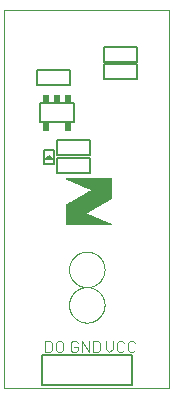
<source format=gto>
G75*
%MOIN*%
%OFA0B0*%
%FSLAX25Y25*%
%IPPOS*%
%LPD*%
%AMOC8*
5,1,8,0,0,1.08239X$1,22.5*
%
%ADD10C,0.00000*%
%ADD11C,0.00300*%
%ADD12C,0.00500*%
%ADD13C,0.00600*%
%ADD14R,0.01969X0.02559*%
%ADD15C,0.00010*%
D10*
X0005685Y0001350D02*
X0005685Y0127334D01*
X0060804Y0127334D01*
X0060804Y0001350D01*
X0005685Y0001350D01*
X0027339Y0028909D02*
X0027341Y0029062D01*
X0027347Y0029216D01*
X0027357Y0029369D01*
X0027371Y0029521D01*
X0027389Y0029674D01*
X0027411Y0029825D01*
X0027436Y0029976D01*
X0027466Y0030127D01*
X0027500Y0030277D01*
X0027537Y0030425D01*
X0027578Y0030573D01*
X0027623Y0030719D01*
X0027672Y0030865D01*
X0027725Y0031009D01*
X0027781Y0031151D01*
X0027841Y0031292D01*
X0027905Y0031432D01*
X0027972Y0031570D01*
X0028043Y0031706D01*
X0028118Y0031840D01*
X0028195Y0031972D01*
X0028277Y0032102D01*
X0028361Y0032230D01*
X0028449Y0032356D01*
X0028540Y0032479D01*
X0028634Y0032600D01*
X0028732Y0032718D01*
X0028832Y0032834D01*
X0028936Y0032947D01*
X0029042Y0033058D01*
X0029151Y0033166D01*
X0029263Y0033271D01*
X0029377Y0033372D01*
X0029495Y0033471D01*
X0029614Y0033567D01*
X0029736Y0033660D01*
X0029861Y0033749D01*
X0029988Y0033836D01*
X0030117Y0033918D01*
X0030248Y0033998D01*
X0030381Y0034074D01*
X0030516Y0034147D01*
X0030653Y0034216D01*
X0030792Y0034281D01*
X0030932Y0034343D01*
X0031074Y0034401D01*
X0031217Y0034456D01*
X0031362Y0034507D01*
X0031508Y0034554D01*
X0031655Y0034597D01*
X0031803Y0034636D01*
X0031952Y0034672D01*
X0032102Y0034703D01*
X0032253Y0034731D01*
X0032404Y0034755D01*
X0032557Y0034775D01*
X0032709Y0034791D01*
X0032862Y0034803D01*
X0033015Y0034811D01*
X0033168Y0034815D01*
X0033322Y0034815D01*
X0033475Y0034811D01*
X0033628Y0034803D01*
X0033781Y0034791D01*
X0033933Y0034775D01*
X0034086Y0034755D01*
X0034237Y0034731D01*
X0034388Y0034703D01*
X0034538Y0034672D01*
X0034687Y0034636D01*
X0034835Y0034597D01*
X0034982Y0034554D01*
X0035128Y0034507D01*
X0035273Y0034456D01*
X0035416Y0034401D01*
X0035558Y0034343D01*
X0035698Y0034281D01*
X0035837Y0034216D01*
X0035974Y0034147D01*
X0036109Y0034074D01*
X0036242Y0033998D01*
X0036373Y0033918D01*
X0036502Y0033836D01*
X0036629Y0033749D01*
X0036754Y0033660D01*
X0036876Y0033567D01*
X0036995Y0033471D01*
X0037113Y0033372D01*
X0037227Y0033271D01*
X0037339Y0033166D01*
X0037448Y0033058D01*
X0037554Y0032947D01*
X0037658Y0032834D01*
X0037758Y0032718D01*
X0037856Y0032600D01*
X0037950Y0032479D01*
X0038041Y0032356D01*
X0038129Y0032230D01*
X0038213Y0032102D01*
X0038295Y0031972D01*
X0038372Y0031840D01*
X0038447Y0031706D01*
X0038518Y0031570D01*
X0038585Y0031432D01*
X0038649Y0031292D01*
X0038709Y0031151D01*
X0038765Y0031009D01*
X0038818Y0030865D01*
X0038867Y0030719D01*
X0038912Y0030573D01*
X0038953Y0030425D01*
X0038990Y0030277D01*
X0039024Y0030127D01*
X0039054Y0029976D01*
X0039079Y0029825D01*
X0039101Y0029674D01*
X0039119Y0029521D01*
X0039133Y0029369D01*
X0039143Y0029216D01*
X0039149Y0029062D01*
X0039151Y0028909D01*
X0039149Y0028756D01*
X0039143Y0028602D01*
X0039133Y0028449D01*
X0039119Y0028297D01*
X0039101Y0028144D01*
X0039079Y0027993D01*
X0039054Y0027842D01*
X0039024Y0027691D01*
X0038990Y0027541D01*
X0038953Y0027393D01*
X0038912Y0027245D01*
X0038867Y0027099D01*
X0038818Y0026953D01*
X0038765Y0026809D01*
X0038709Y0026667D01*
X0038649Y0026526D01*
X0038585Y0026386D01*
X0038518Y0026248D01*
X0038447Y0026112D01*
X0038372Y0025978D01*
X0038295Y0025846D01*
X0038213Y0025716D01*
X0038129Y0025588D01*
X0038041Y0025462D01*
X0037950Y0025339D01*
X0037856Y0025218D01*
X0037758Y0025100D01*
X0037658Y0024984D01*
X0037554Y0024871D01*
X0037448Y0024760D01*
X0037339Y0024652D01*
X0037227Y0024547D01*
X0037113Y0024446D01*
X0036995Y0024347D01*
X0036876Y0024251D01*
X0036754Y0024158D01*
X0036629Y0024069D01*
X0036502Y0023982D01*
X0036373Y0023900D01*
X0036242Y0023820D01*
X0036109Y0023744D01*
X0035974Y0023671D01*
X0035837Y0023602D01*
X0035698Y0023537D01*
X0035558Y0023475D01*
X0035416Y0023417D01*
X0035273Y0023362D01*
X0035128Y0023311D01*
X0034982Y0023264D01*
X0034835Y0023221D01*
X0034687Y0023182D01*
X0034538Y0023146D01*
X0034388Y0023115D01*
X0034237Y0023087D01*
X0034086Y0023063D01*
X0033933Y0023043D01*
X0033781Y0023027D01*
X0033628Y0023015D01*
X0033475Y0023007D01*
X0033322Y0023003D01*
X0033168Y0023003D01*
X0033015Y0023007D01*
X0032862Y0023015D01*
X0032709Y0023027D01*
X0032557Y0023043D01*
X0032404Y0023063D01*
X0032253Y0023087D01*
X0032102Y0023115D01*
X0031952Y0023146D01*
X0031803Y0023182D01*
X0031655Y0023221D01*
X0031508Y0023264D01*
X0031362Y0023311D01*
X0031217Y0023362D01*
X0031074Y0023417D01*
X0030932Y0023475D01*
X0030792Y0023537D01*
X0030653Y0023602D01*
X0030516Y0023671D01*
X0030381Y0023744D01*
X0030248Y0023820D01*
X0030117Y0023900D01*
X0029988Y0023982D01*
X0029861Y0024069D01*
X0029736Y0024158D01*
X0029614Y0024251D01*
X0029495Y0024347D01*
X0029377Y0024446D01*
X0029263Y0024547D01*
X0029151Y0024652D01*
X0029042Y0024760D01*
X0028936Y0024871D01*
X0028832Y0024984D01*
X0028732Y0025100D01*
X0028634Y0025218D01*
X0028540Y0025339D01*
X0028449Y0025462D01*
X0028361Y0025588D01*
X0028277Y0025716D01*
X0028195Y0025846D01*
X0028118Y0025978D01*
X0028043Y0026112D01*
X0027972Y0026248D01*
X0027905Y0026386D01*
X0027841Y0026526D01*
X0027781Y0026667D01*
X0027725Y0026809D01*
X0027672Y0026953D01*
X0027623Y0027099D01*
X0027578Y0027245D01*
X0027537Y0027393D01*
X0027500Y0027541D01*
X0027466Y0027691D01*
X0027436Y0027842D01*
X0027411Y0027993D01*
X0027389Y0028144D01*
X0027371Y0028297D01*
X0027357Y0028449D01*
X0027347Y0028602D01*
X0027341Y0028756D01*
X0027339Y0028909D01*
X0027339Y0040720D02*
X0027341Y0040873D01*
X0027347Y0041027D01*
X0027357Y0041180D01*
X0027371Y0041332D01*
X0027389Y0041485D01*
X0027411Y0041636D01*
X0027436Y0041787D01*
X0027466Y0041938D01*
X0027500Y0042088D01*
X0027537Y0042236D01*
X0027578Y0042384D01*
X0027623Y0042530D01*
X0027672Y0042676D01*
X0027725Y0042820D01*
X0027781Y0042962D01*
X0027841Y0043103D01*
X0027905Y0043243D01*
X0027972Y0043381D01*
X0028043Y0043517D01*
X0028118Y0043651D01*
X0028195Y0043783D01*
X0028277Y0043913D01*
X0028361Y0044041D01*
X0028449Y0044167D01*
X0028540Y0044290D01*
X0028634Y0044411D01*
X0028732Y0044529D01*
X0028832Y0044645D01*
X0028936Y0044758D01*
X0029042Y0044869D01*
X0029151Y0044977D01*
X0029263Y0045082D01*
X0029377Y0045183D01*
X0029495Y0045282D01*
X0029614Y0045378D01*
X0029736Y0045471D01*
X0029861Y0045560D01*
X0029988Y0045647D01*
X0030117Y0045729D01*
X0030248Y0045809D01*
X0030381Y0045885D01*
X0030516Y0045958D01*
X0030653Y0046027D01*
X0030792Y0046092D01*
X0030932Y0046154D01*
X0031074Y0046212D01*
X0031217Y0046267D01*
X0031362Y0046318D01*
X0031508Y0046365D01*
X0031655Y0046408D01*
X0031803Y0046447D01*
X0031952Y0046483D01*
X0032102Y0046514D01*
X0032253Y0046542D01*
X0032404Y0046566D01*
X0032557Y0046586D01*
X0032709Y0046602D01*
X0032862Y0046614D01*
X0033015Y0046622D01*
X0033168Y0046626D01*
X0033322Y0046626D01*
X0033475Y0046622D01*
X0033628Y0046614D01*
X0033781Y0046602D01*
X0033933Y0046586D01*
X0034086Y0046566D01*
X0034237Y0046542D01*
X0034388Y0046514D01*
X0034538Y0046483D01*
X0034687Y0046447D01*
X0034835Y0046408D01*
X0034982Y0046365D01*
X0035128Y0046318D01*
X0035273Y0046267D01*
X0035416Y0046212D01*
X0035558Y0046154D01*
X0035698Y0046092D01*
X0035837Y0046027D01*
X0035974Y0045958D01*
X0036109Y0045885D01*
X0036242Y0045809D01*
X0036373Y0045729D01*
X0036502Y0045647D01*
X0036629Y0045560D01*
X0036754Y0045471D01*
X0036876Y0045378D01*
X0036995Y0045282D01*
X0037113Y0045183D01*
X0037227Y0045082D01*
X0037339Y0044977D01*
X0037448Y0044869D01*
X0037554Y0044758D01*
X0037658Y0044645D01*
X0037758Y0044529D01*
X0037856Y0044411D01*
X0037950Y0044290D01*
X0038041Y0044167D01*
X0038129Y0044041D01*
X0038213Y0043913D01*
X0038295Y0043783D01*
X0038372Y0043651D01*
X0038447Y0043517D01*
X0038518Y0043381D01*
X0038585Y0043243D01*
X0038649Y0043103D01*
X0038709Y0042962D01*
X0038765Y0042820D01*
X0038818Y0042676D01*
X0038867Y0042530D01*
X0038912Y0042384D01*
X0038953Y0042236D01*
X0038990Y0042088D01*
X0039024Y0041938D01*
X0039054Y0041787D01*
X0039079Y0041636D01*
X0039101Y0041485D01*
X0039119Y0041332D01*
X0039133Y0041180D01*
X0039143Y0041027D01*
X0039149Y0040873D01*
X0039151Y0040720D01*
X0039149Y0040567D01*
X0039143Y0040413D01*
X0039133Y0040260D01*
X0039119Y0040108D01*
X0039101Y0039955D01*
X0039079Y0039804D01*
X0039054Y0039653D01*
X0039024Y0039502D01*
X0038990Y0039352D01*
X0038953Y0039204D01*
X0038912Y0039056D01*
X0038867Y0038910D01*
X0038818Y0038764D01*
X0038765Y0038620D01*
X0038709Y0038478D01*
X0038649Y0038337D01*
X0038585Y0038197D01*
X0038518Y0038059D01*
X0038447Y0037923D01*
X0038372Y0037789D01*
X0038295Y0037657D01*
X0038213Y0037527D01*
X0038129Y0037399D01*
X0038041Y0037273D01*
X0037950Y0037150D01*
X0037856Y0037029D01*
X0037758Y0036911D01*
X0037658Y0036795D01*
X0037554Y0036682D01*
X0037448Y0036571D01*
X0037339Y0036463D01*
X0037227Y0036358D01*
X0037113Y0036257D01*
X0036995Y0036158D01*
X0036876Y0036062D01*
X0036754Y0035969D01*
X0036629Y0035880D01*
X0036502Y0035793D01*
X0036373Y0035711D01*
X0036242Y0035631D01*
X0036109Y0035555D01*
X0035974Y0035482D01*
X0035837Y0035413D01*
X0035698Y0035348D01*
X0035558Y0035286D01*
X0035416Y0035228D01*
X0035273Y0035173D01*
X0035128Y0035122D01*
X0034982Y0035075D01*
X0034835Y0035032D01*
X0034687Y0034993D01*
X0034538Y0034957D01*
X0034388Y0034926D01*
X0034237Y0034898D01*
X0034086Y0034874D01*
X0033933Y0034854D01*
X0033781Y0034838D01*
X0033628Y0034826D01*
X0033475Y0034818D01*
X0033322Y0034814D01*
X0033168Y0034814D01*
X0033015Y0034818D01*
X0032862Y0034826D01*
X0032709Y0034838D01*
X0032557Y0034854D01*
X0032404Y0034874D01*
X0032253Y0034898D01*
X0032102Y0034926D01*
X0031952Y0034957D01*
X0031803Y0034993D01*
X0031655Y0035032D01*
X0031508Y0035075D01*
X0031362Y0035122D01*
X0031217Y0035173D01*
X0031074Y0035228D01*
X0030932Y0035286D01*
X0030792Y0035348D01*
X0030653Y0035413D01*
X0030516Y0035482D01*
X0030381Y0035555D01*
X0030248Y0035631D01*
X0030117Y0035711D01*
X0029988Y0035793D01*
X0029861Y0035880D01*
X0029736Y0035969D01*
X0029614Y0036062D01*
X0029495Y0036158D01*
X0029377Y0036257D01*
X0029263Y0036358D01*
X0029151Y0036463D01*
X0029042Y0036571D01*
X0028936Y0036682D01*
X0028832Y0036795D01*
X0028732Y0036911D01*
X0028634Y0037029D01*
X0028540Y0037150D01*
X0028449Y0037273D01*
X0028361Y0037399D01*
X0028277Y0037527D01*
X0028195Y0037657D01*
X0028118Y0037789D01*
X0028043Y0037923D01*
X0027972Y0038059D01*
X0027905Y0038197D01*
X0027841Y0038337D01*
X0027781Y0038478D01*
X0027725Y0038620D01*
X0027672Y0038764D01*
X0027623Y0038910D01*
X0027578Y0039056D01*
X0027537Y0039204D01*
X0027500Y0039352D01*
X0027466Y0039502D01*
X0027436Y0039653D01*
X0027411Y0039804D01*
X0027389Y0039955D01*
X0027371Y0040108D01*
X0027357Y0040260D01*
X0027347Y0040413D01*
X0027341Y0040567D01*
X0027339Y0040720D01*
D11*
X0028453Y0016803D02*
X0027835Y0016186D01*
X0027835Y0013717D01*
X0028453Y0013100D01*
X0029687Y0013100D01*
X0030304Y0013717D01*
X0030304Y0014952D01*
X0029070Y0014952D01*
X0030304Y0016186D02*
X0029687Y0016803D01*
X0028453Y0016803D01*
X0031519Y0016803D02*
X0031519Y0013100D01*
X0033987Y0013100D02*
X0031519Y0016803D01*
X0033987Y0016803D02*
X0033987Y0013100D01*
X0035202Y0013100D02*
X0037053Y0013100D01*
X0037671Y0013717D01*
X0037671Y0016186D01*
X0037053Y0016803D01*
X0035202Y0016803D01*
X0035202Y0013100D01*
X0039535Y0014334D02*
X0040770Y0013100D01*
X0042004Y0014334D01*
X0042004Y0016803D01*
X0043219Y0016186D02*
X0043219Y0013717D01*
X0043836Y0013100D01*
X0045070Y0013100D01*
X0045687Y0013717D01*
X0046902Y0013717D02*
X0046902Y0016186D01*
X0047519Y0016803D01*
X0048753Y0016803D01*
X0049371Y0016186D01*
X0049371Y0013717D02*
X0048753Y0013100D01*
X0047519Y0013100D01*
X0046902Y0013717D01*
X0045687Y0016186D02*
X0045070Y0016803D01*
X0043836Y0016803D01*
X0043219Y0016186D01*
X0039535Y0016803D02*
X0039535Y0014334D01*
X0025387Y0013717D02*
X0025387Y0016186D01*
X0024770Y0016803D01*
X0023536Y0016803D01*
X0022919Y0016186D01*
X0022919Y0013717D01*
X0023536Y0013100D01*
X0024770Y0013100D01*
X0025387Y0013717D01*
X0021704Y0013717D02*
X0021704Y0016186D01*
X0021087Y0016803D01*
X0019235Y0016803D01*
X0019235Y0013100D01*
X0021087Y0013100D01*
X0021704Y0013717D01*
D12*
X0018245Y0012256D02*
X0048245Y0012256D01*
X0048245Y0002256D01*
X0018245Y0002256D01*
X0018245Y0012256D01*
X0023445Y0072921D02*
X0023445Y0077921D01*
X0034445Y0077921D01*
X0034445Y0072921D01*
X0023445Y0072921D01*
X0022160Y0075729D02*
X0019011Y0075729D01*
X0019011Y0080453D01*
X0022160Y0080453D01*
X0022160Y0075729D01*
X0021585Y0077591D02*
X0020585Y0078591D01*
X0019585Y0077591D01*
X0021585Y0077591D01*
X0023445Y0078803D02*
X0023445Y0083803D01*
X0034445Y0083803D01*
X0034445Y0078803D01*
X0023445Y0078803D01*
X0027628Y0102222D02*
X0016628Y0102222D01*
X0016628Y0107222D01*
X0027628Y0107222D01*
X0027628Y0102222D01*
X0038934Y0104299D02*
X0038934Y0109299D01*
X0049934Y0109299D01*
X0049934Y0104299D01*
X0038934Y0104299D01*
X0038905Y0110022D02*
X0038905Y0115022D01*
X0049905Y0115022D01*
X0049905Y0110022D01*
X0038905Y0110022D01*
D13*
X0029031Y0096104D02*
X0029031Y0089723D01*
X0028549Y0089723D01*
X0028922Y0089723D02*
X0017722Y0089723D01*
X0017614Y0089723D02*
X0018096Y0089723D01*
X0017614Y0089723D02*
X0017614Y0096104D01*
X0018096Y0096104D01*
X0017722Y0096104D02*
X0028922Y0096104D01*
X0029031Y0096104D02*
X0028549Y0096104D01*
X0025379Y0096104D02*
X0025006Y0096104D01*
X0025379Y0089723D02*
X0021266Y0089723D01*
X0021266Y0096104D02*
X0021639Y0096104D01*
D14*
X0023322Y0097540D03*
X0019582Y0097540D03*
X0019582Y0088288D03*
X0027063Y0088288D03*
X0027063Y0097540D03*
D15*
X0027936Y0071058D02*
X0026174Y0071058D01*
X0026549Y0070899D01*
X0027103Y0070667D01*
X0027656Y0070434D01*
X0028210Y0070202D01*
X0028764Y0069969D01*
X0029317Y0069737D01*
X0029871Y0069504D01*
X0030425Y0069272D01*
X0030979Y0069039D01*
X0031554Y0068798D01*
X0032128Y0068557D01*
X0032702Y0068315D01*
X0033276Y0068073D01*
X0033849Y0067828D01*
X0034420Y0067579D01*
X0034937Y0067284D01*
X0034444Y0066999D01*
X0033952Y0066714D01*
X0033460Y0066429D01*
X0041440Y0066429D01*
X0041440Y0066421D02*
X0033445Y0066421D01*
X0033430Y0066412D02*
X0041440Y0066412D01*
X0041440Y0066404D02*
X0033416Y0066404D01*
X0033401Y0066395D02*
X0041440Y0066395D01*
X0041440Y0066387D02*
X0033386Y0066387D01*
X0033372Y0066378D02*
X0041440Y0066378D01*
X0041440Y0066370D02*
X0033357Y0066370D01*
X0033342Y0066361D02*
X0041440Y0066361D01*
X0041440Y0066353D02*
X0033328Y0066353D01*
X0033313Y0066344D02*
X0041440Y0066344D01*
X0041440Y0066336D02*
X0033298Y0066336D01*
X0033284Y0066327D02*
X0041440Y0066327D01*
X0041440Y0066319D02*
X0033269Y0066319D01*
X0033254Y0066310D02*
X0041440Y0066310D01*
X0041440Y0066302D02*
X0033240Y0066302D01*
X0033225Y0066293D02*
X0041440Y0066293D01*
X0041440Y0066285D02*
X0033210Y0066285D01*
X0033196Y0066276D02*
X0041440Y0066276D01*
X0041440Y0066268D02*
X0033181Y0066268D01*
X0033166Y0066259D02*
X0041440Y0066259D01*
X0041440Y0066251D02*
X0033151Y0066251D01*
X0033137Y0066242D02*
X0041440Y0066242D01*
X0041440Y0066234D02*
X0033122Y0066234D01*
X0033107Y0066225D02*
X0041440Y0066225D01*
X0041440Y0066233D02*
X0041440Y0066769D01*
X0041441Y0067306D01*
X0034898Y0067306D01*
X0034884Y0067315D02*
X0041441Y0067315D01*
X0041441Y0067323D02*
X0034869Y0067323D01*
X0034854Y0067332D02*
X0041441Y0067332D01*
X0041441Y0067340D02*
X0034839Y0067340D01*
X0034824Y0067349D02*
X0041441Y0067349D01*
X0041441Y0067357D02*
X0034809Y0067357D01*
X0034794Y0067366D02*
X0041441Y0067366D01*
X0041441Y0067374D02*
X0034779Y0067374D01*
X0034764Y0067383D02*
X0041441Y0067383D01*
X0041441Y0067391D02*
X0034749Y0067391D01*
X0034735Y0067400D02*
X0041441Y0067400D01*
X0041441Y0067408D02*
X0034720Y0067408D01*
X0034705Y0067417D02*
X0041441Y0067417D01*
X0041441Y0067425D02*
X0034690Y0067425D01*
X0034675Y0067434D02*
X0041441Y0067434D01*
X0041441Y0067442D02*
X0034660Y0067442D01*
X0034645Y0067451D02*
X0041441Y0067451D01*
X0041441Y0067459D02*
X0034630Y0067459D01*
X0034615Y0067468D02*
X0041441Y0067468D01*
X0041441Y0067477D02*
X0034600Y0067477D01*
X0034586Y0067485D02*
X0041441Y0067485D01*
X0041441Y0067494D02*
X0034571Y0067494D01*
X0034556Y0067502D02*
X0041441Y0067502D01*
X0041441Y0067511D02*
X0034541Y0067511D01*
X0034526Y0067519D02*
X0041441Y0067519D01*
X0041441Y0067528D02*
X0034511Y0067528D01*
X0034496Y0067536D02*
X0041441Y0067536D01*
X0041441Y0067545D02*
X0034481Y0067545D01*
X0034466Y0067553D02*
X0041441Y0067553D01*
X0041441Y0067562D02*
X0034451Y0067562D01*
X0034437Y0067570D02*
X0041441Y0067570D01*
X0041441Y0067579D02*
X0034422Y0067579D01*
X0034402Y0067587D02*
X0041441Y0067587D01*
X0041441Y0067596D02*
X0034383Y0067596D01*
X0034363Y0067604D02*
X0041441Y0067604D01*
X0041441Y0067613D02*
X0034344Y0067613D01*
X0034324Y0067621D02*
X0041441Y0067621D01*
X0041441Y0067630D02*
X0034305Y0067630D01*
X0034285Y0067638D02*
X0041441Y0067638D01*
X0041441Y0067647D02*
X0034266Y0067647D01*
X0034246Y0067655D02*
X0041441Y0067655D01*
X0041441Y0067664D02*
X0034227Y0067664D01*
X0034207Y0067672D02*
X0041441Y0067672D01*
X0041441Y0067681D02*
X0034187Y0067681D01*
X0034168Y0067689D02*
X0041441Y0067689D01*
X0041441Y0067698D02*
X0034148Y0067698D01*
X0034129Y0067706D02*
X0041441Y0067706D01*
X0041441Y0067715D02*
X0034109Y0067715D01*
X0034090Y0067723D02*
X0041441Y0067723D01*
X0041441Y0067732D02*
X0034070Y0067732D01*
X0034051Y0067740D02*
X0041441Y0067740D01*
X0041441Y0067749D02*
X0034031Y0067749D01*
X0034011Y0067757D02*
X0041441Y0067757D01*
X0041441Y0067766D02*
X0033992Y0067766D01*
X0033972Y0067775D02*
X0041441Y0067775D01*
X0041441Y0067783D02*
X0033953Y0067783D01*
X0033933Y0067792D02*
X0041441Y0067792D01*
X0041441Y0067800D02*
X0033914Y0067800D01*
X0033894Y0067809D02*
X0041441Y0067809D01*
X0041441Y0067817D02*
X0033875Y0067817D01*
X0033855Y0067826D02*
X0041441Y0067826D01*
X0041441Y0067834D02*
X0033835Y0067834D01*
X0033815Y0067843D02*
X0041441Y0067843D01*
X0041441Y0067842D02*
X0041442Y0068379D01*
X0032550Y0068379D01*
X0032570Y0068370D02*
X0041442Y0068370D01*
X0041442Y0068362D02*
X0032590Y0068362D01*
X0032611Y0068353D02*
X0041442Y0068353D01*
X0041442Y0068345D02*
X0032631Y0068345D01*
X0032651Y0068336D02*
X0041442Y0068336D01*
X0041442Y0068328D02*
X0032671Y0068328D01*
X0032691Y0068319D02*
X0041442Y0068319D01*
X0041442Y0068311D02*
X0032711Y0068311D01*
X0032732Y0068302D02*
X0041442Y0068302D01*
X0041442Y0068294D02*
X0032752Y0068294D01*
X0032772Y0068285D02*
X0041442Y0068285D01*
X0041442Y0068277D02*
X0032792Y0068277D01*
X0032812Y0068268D02*
X0041442Y0068268D01*
X0041442Y0068260D02*
X0032832Y0068260D01*
X0032853Y0068251D02*
X0041442Y0068251D01*
X0041442Y0068243D02*
X0032873Y0068243D01*
X0032893Y0068234D02*
X0041442Y0068234D01*
X0041442Y0068226D02*
X0032913Y0068226D01*
X0032933Y0068217D02*
X0041442Y0068217D01*
X0041442Y0068209D02*
X0032953Y0068209D01*
X0032974Y0068200D02*
X0041442Y0068200D01*
X0041441Y0068192D02*
X0032994Y0068192D01*
X0033014Y0068183D02*
X0041441Y0068183D01*
X0041441Y0068175D02*
X0033034Y0068175D01*
X0033054Y0068166D02*
X0041441Y0068166D01*
X0041441Y0068158D02*
X0033074Y0068158D01*
X0033095Y0068149D02*
X0041441Y0068149D01*
X0041441Y0068141D02*
X0033115Y0068141D01*
X0033135Y0068132D02*
X0041441Y0068132D01*
X0041441Y0068124D02*
X0033155Y0068124D01*
X0033175Y0068115D02*
X0041441Y0068115D01*
X0041441Y0068107D02*
X0033195Y0068107D01*
X0033216Y0068098D02*
X0041441Y0068098D01*
X0041441Y0068090D02*
X0033236Y0068090D01*
X0033256Y0068081D02*
X0041441Y0068081D01*
X0041441Y0068072D02*
X0033276Y0068072D01*
X0033296Y0068064D02*
X0041441Y0068064D01*
X0041441Y0068055D02*
X0033316Y0068055D01*
X0033336Y0068047D02*
X0041441Y0068047D01*
X0041441Y0068038D02*
X0033356Y0068038D01*
X0033376Y0068030D02*
X0041441Y0068030D01*
X0041441Y0068021D02*
X0033396Y0068021D01*
X0033416Y0068013D02*
X0041441Y0068013D01*
X0041441Y0068004D02*
X0033436Y0068004D01*
X0033456Y0067996D02*
X0041441Y0067996D01*
X0041441Y0067987D02*
X0033476Y0067987D01*
X0033496Y0067979D02*
X0041441Y0067979D01*
X0041441Y0067970D02*
X0033516Y0067970D01*
X0033536Y0067962D02*
X0041441Y0067962D01*
X0041441Y0067953D02*
X0033556Y0067953D01*
X0033576Y0067945D02*
X0041441Y0067945D01*
X0041441Y0067936D02*
X0033596Y0067936D01*
X0033616Y0067928D02*
X0041441Y0067928D01*
X0041441Y0067919D02*
X0033636Y0067919D01*
X0033655Y0067911D02*
X0041441Y0067911D01*
X0041441Y0067902D02*
X0033675Y0067902D01*
X0033695Y0067894D02*
X0041441Y0067894D01*
X0041441Y0067885D02*
X0033715Y0067885D01*
X0033735Y0067877D02*
X0041441Y0067877D01*
X0041441Y0067868D02*
X0033755Y0067868D01*
X0033775Y0067860D02*
X0041441Y0067860D01*
X0041441Y0067851D02*
X0033795Y0067851D01*
X0034327Y0066932D02*
X0041441Y0066932D01*
X0041441Y0066940D02*
X0034342Y0066940D01*
X0034357Y0066949D02*
X0041441Y0066949D01*
X0041441Y0066957D02*
X0034371Y0066957D01*
X0034386Y0066966D02*
X0041441Y0066966D01*
X0041441Y0066974D02*
X0034401Y0066974D01*
X0034415Y0066983D02*
X0041441Y0066983D01*
X0041441Y0066991D02*
X0034430Y0066991D01*
X0034445Y0067000D02*
X0041441Y0067000D01*
X0041441Y0067008D02*
X0034460Y0067008D01*
X0034474Y0067017D02*
X0041441Y0067017D01*
X0041441Y0067025D02*
X0034489Y0067025D01*
X0034504Y0067034D02*
X0041441Y0067034D01*
X0041441Y0067042D02*
X0034518Y0067042D01*
X0034533Y0067051D02*
X0041441Y0067051D01*
X0041441Y0067059D02*
X0034548Y0067059D01*
X0034563Y0067068D02*
X0041441Y0067068D01*
X0041441Y0067076D02*
X0034577Y0067076D01*
X0034592Y0067085D02*
X0041441Y0067085D01*
X0041441Y0067093D02*
X0034607Y0067093D01*
X0034621Y0067102D02*
X0041441Y0067102D01*
X0041441Y0067110D02*
X0034636Y0067110D01*
X0034651Y0067119D02*
X0041441Y0067119D01*
X0041441Y0067127D02*
X0034666Y0067127D01*
X0034680Y0067136D02*
X0041441Y0067136D01*
X0041441Y0067144D02*
X0034695Y0067144D01*
X0034710Y0067153D02*
X0041441Y0067153D01*
X0041441Y0067162D02*
X0034724Y0067162D01*
X0034739Y0067170D02*
X0041441Y0067170D01*
X0041441Y0067179D02*
X0034754Y0067179D01*
X0034769Y0067187D02*
X0041441Y0067187D01*
X0041441Y0067196D02*
X0034783Y0067196D01*
X0034798Y0067204D02*
X0041441Y0067204D01*
X0041441Y0067213D02*
X0034813Y0067213D01*
X0034827Y0067221D02*
X0041441Y0067221D01*
X0041441Y0067230D02*
X0034842Y0067230D01*
X0034857Y0067238D02*
X0041441Y0067238D01*
X0041441Y0067247D02*
X0034872Y0067247D01*
X0034886Y0067255D02*
X0041441Y0067255D01*
X0041441Y0067264D02*
X0034901Y0067264D01*
X0034916Y0067272D02*
X0041441Y0067272D01*
X0041441Y0067281D02*
X0034930Y0067281D01*
X0034928Y0067289D02*
X0041441Y0067289D01*
X0041441Y0067298D02*
X0034913Y0067298D01*
X0034312Y0066923D02*
X0041441Y0066923D01*
X0041441Y0066915D02*
X0034298Y0066915D01*
X0034283Y0066906D02*
X0041441Y0066906D01*
X0041441Y0066898D02*
X0034268Y0066898D01*
X0034254Y0066889D02*
X0041441Y0066889D01*
X0041441Y0066881D02*
X0034239Y0066881D01*
X0034224Y0066872D02*
X0041441Y0066872D01*
X0041441Y0066864D02*
X0034209Y0066864D01*
X0034195Y0066855D02*
X0041441Y0066855D01*
X0041441Y0066847D02*
X0034180Y0066847D01*
X0034165Y0066838D02*
X0041441Y0066838D01*
X0041441Y0066829D02*
X0034151Y0066829D01*
X0034136Y0066821D02*
X0041441Y0066821D01*
X0041441Y0066812D02*
X0034121Y0066812D01*
X0034107Y0066804D02*
X0041441Y0066804D01*
X0041440Y0066795D02*
X0034092Y0066795D01*
X0034077Y0066787D02*
X0041440Y0066787D01*
X0041440Y0066778D02*
X0034062Y0066778D01*
X0034048Y0066770D02*
X0041440Y0066770D01*
X0041440Y0066761D02*
X0034033Y0066761D01*
X0034018Y0066753D02*
X0041440Y0066753D01*
X0041440Y0066744D02*
X0034004Y0066744D01*
X0033989Y0066736D02*
X0041440Y0066736D01*
X0041440Y0066727D02*
X0033974Y0066727D01*
X0033959Y0066719D02*
X0041440Y0066719D01*
X0041440Y0066710D02*
X0033945Y0066710D01*
X0033930Y0066702D02*
X0041440Y0066702D01*
X0041440Y0066693D02*
X0033915Y0066693D01*
X0033901Y0066685D02*
X0041440Y0066685D01*
X0041440Y0066676D02*
X0033886Y0066676D01*
X0033871Y0066668D02*
X0041440Y0066668D01*
X0041440Y0066659D02*
X0033857Y0066659D01*
X0033842Y0066651D02*
X0041440Y0066651D01*
X0041440Y0066642D02*
X0033827Y0066642D01*
X0033812Y0066634D02*
X0041440Y0066634D01*
X0041440Y0066625D02*
X0033798Y0066625D01*
X0033783Y0066617D02*
X0041440Y0066617D01*
X0041440Y0066608D02*
X0033768Y0066608D01*
X0033754Y0066600D02*
X0041440Y0066600D01*
X0041440Y0066591D02*
X0033739Y0066591D01*
X0033724Y0066583D02*
X0041440Y0066583D01*
X0041440Y0066574D02*
X0033710Y0066574D01*
X0033695Y0066566D02*
X0041440Y0066566D01*
X0041440Y0066557D02*
X0033680Y0066557D01*
X0033665Y0066549D02*
X0041440Y0066549D01*
X0041440Y0066540D02*
X0033651Y0066540D01*
X0033636Y0066531D02*
X0041440Y0066531D01*
X0041440Y0066523D02*
X0033621Y0066523D01*
X0033607Y0066514D02*
X0041440Y0066514D01*
X0041440Y0066506D02*
X0033592Y0066506D01*
X0033577Y0066497D02*
X0041440Y0066497D01*
X0041440Y0066489D02*
X0033563Y0066489D01*
X0033548Y0066480D02*
X0041440Y0066480D01*
X0041440Y0066472D02*
X0033533Y0066472D01*
X0033519Y0066463D02*
X0041440Y0066463D01*
X0041440Y0066455D02*
X0033504Y0066455D01*
X0033489Y0066446D02*
X0041440Y0066446D01*
X0041440Y0066438D02*
X0033474Y0066438D01*
X0033460Y0066429D02*
X0032967Y0066144D01*
X0032475Y0065858D01*
X0031984Y0065573D01*
X0031491Y0065287D01*
X0030999Y0065002D01*
X0030507Y0064716D01*
X0030025Y0064437D01*
X0029544Y0064158D01*
X0029062Y0063878D01*
X0028581Y0063599D01*
X0028100Y0063319D01*
X0027619Y0063040D01*
X0027137Y0062761D01*
X0026655Y0062481D01*
X0026174Y0062202D01*
X0026172Y0061666D01*
X0026170Y0061130D01*
X0026169Y0060594D01*
X0026167Y0060058D01*
X0026165Y0059523D01*
X0026164Y0058986D01*
X0026162Y0058451D01*
X0026160Y0057914D01*
X0026158Y0057379D01*
X0037640Y0057379D01*
X0037620Y0057388D02*
X0026158Y0057388D01*
X0026158Y0057396D02*
X0037600Y0057396D01*
X0037579Y0057405D02*
X0026158Y0057405D01*
X0026158Y0057413D02*
X0037559Y0057413D01*
X0037550Y0057417D02*
X0037006Y0057645D01*
X0036462Y0057873D01*
X0035919Y0058102D01*
X0035375Y0058330D01*
X0034287Y0058787D01*
X0033744Y0059016D01*
X0033200Y0059246D01*
X0032658Y0059477D01*
X0033047Y0059762D01*
X0033470Y0060012D01*
X0033961Y0060297D01*
X0034452Y0060581D01*
X0034943Y0060866D01*
X0035434Y0061150D01*
X0035925Y0061434D01*
X0036417Y0061718D01*
X0036907Y0062002D01*
X0026174Y0062002D01*
X0026173Y0061994D02*
X0036892Y0061994D01*
X0036877Y0061985D02*
X0026173Y0061985D01*
X0026173Y0061977D02*
X0036863Y0061977D01*
X0036848Y0061968D02*
X0026173Y0061968D01*
X0026173Y0061960D02*
X0036833Y0061960D01*
X0036819Y0061951D02*
X0026173Y0061951D01*
X0026173Y0061943D02*
X0036804Y0061943D01*
X0036789Y0061934D02*
X0026173Y0061934D01*
X0026173Y0061926D02*
X0036775Y0061926D01*
X0036760Y0061917D02*
X0026173Y0061917D01*
X0026173Y0061909D02*
X0036745Y0061909D01*
X0036730Y0061900D02*
X0026173Y0061900D01*
X0026173Y0061891D02*
X0036716Y0061891D01*
X0036701Y0061883D02*
X0026173Y0061883D01*
X0026173Y0061874D02*
X0036686Y0061874D01*
X0036672Y0061866D02*
X0026173Y0061866D01*
X0026173Y0061857D02*
X0036657Y0061857D01*
X0036642Y0061849D02*
X0026173Y0061849D01*
X0026173Y0061840D02*
X0036628Y0061840D01*
X0036613Y0061832D02*
X0026173Y0061832D01*
X0026173Y0061823D02*
X0036598Y0061823D01*
X0036584Y0061815D02*
X0026173Y0061815D01*
X0026173Y0061806D02*
X0036569Y0061806D01*
X0036554Y0061798D02*
X0026173Y0061798D01*
X0026173Y0061789D02*
X0036540Y0061789D01*
X0036525Y0061781D02*
X0026173Y0061781D01*
X0026173Y0061772D02*
X0036510Y0061772D01*
X0036495Y0061764D02*
X0026173Y0061764D01*
X0026173Y0061755D02*
X0036481Y0061755D01*
X0036466Y0061747D02*
X0026173Y0061747D01*
X0026173Y0061738D02*
X0036451Y0061738D01*
X0036437Y0061730D02*
X0026173Y0061730D01*
X0026173Y0061721D02*
X0036422Y0061721D01*
X0036407Y0061713D02*
X0026173Y0061713D01*
X0026172Y0061704D02*
X0036393Y0061704D01*
X0036378Y0061696D02*
X0026172Y0061696D01*
X0026172Y0061687D02*
X0036363Y0061687D01*
X0036349Y0061679D02*
X0026172Y0061679D01*
X0026172Y0061670D02*
X0036334Y0061670D01*
X0036319Y0061662D02*
X0026172Y0061662D01*
X0026172Y0061653D02*
X0036304Y0061653D01*
X0036290Y0061645D02*
X0026172Y0061645D01*
X0026172Y0061636D02*
X0036275Y0061636D01*
X0036260Y0061628D02*
X0026172Y0061628D01*
X0026172Y0061619D02*
X0036246Y0061619D01*
X0036231Y0061611D02*
X0026172Y0061611D01*
X0026172Y0061602D02*
X0036216Y0061602D01*
X0036201Y0061594D02*
X0026172Y0061594D01*
X0026172Y0061585D02*
X0036187Y0061585D01*
X0036172Y0061576D02*
X0026172Y0061576D01*
X0026172Y0061568D02*
X0036157Y0061568D01*
X0036143Y0061559D02*
X0026172Y0061559D01*
X0026172Y0061551D02*
X0036128Y0061551D01*
X0036113Y0061542D02*
X0026172Y0061542D01*
X0026172Y0061534D02*
X0036098Y0061534D01*
X0036084Y0061525D02*
X0026172Y0061525D01*
X0026172Y0061517D02*
X0036069Y0061517D01*
X0036054Y0061508D02*
X0026172Y0061508D01*
X0026172Y0061500D02*
X0036040Y0061500D01*
X0036025Y0061491D02*
X0026172Y0061491D01*
X0026172Y0061483D02*
X0036010Y0061483D01*
X0035996Y0061474D02*
X0026172Y0061474D01*
X0026172Y0061466D02*
X0035981Y0061466D01*
X0035966Y0061457D02*
X0026172Y0061457D01*
X0026172Y0061449D02*
X0035951Y0061449D01*
X0035937Y0061440D02*
X0026172Y0061440D01*
X0026172Y0061432D02*
X0035922Y0061432D01*
X0035907Y0061423D02*
X0026172Y0061423D01*
X0026171Y0061415D02*
X0035893Y0061415D01*
X0035878Y0061406D02*
X0026171Y0061406D01*
X0026171Y0061398D02*
X0035863Y0061398D01*
X0035848Y0061389D02*
X0026171Y0061389D01*
X0026171Y0061381D02*
X0035834Y0061381D01*
X0035819Y0061372D02*
X0026171Y0061372D01*
X0026171Y0061364D02*
X0035804Y0061364D01*
X0035789Y0061355D02*
X0026171Y0061355D01*
X0026171Y0061347D02*
X0035775Y0061347D01*
X0035760Y0061338D02*
X0026171Y0061338D01*
X0026171Y0061330D02*
X0035745Y0061330D01*
X0035730Y0061321D02*
X0026171Y0061321D01*
X0026171Y0061313D02*
X0035716Y0061313D01*
X0035701Y0061304D02*
X0026171Y0061304D01*
X0026171Y0061296D02*
X0035686Y0061296D01*
X0035671Y0061287D02*
X0026171Y0061287D01*
X0026171Y0061278D02*
X0035657Y0061278D01*
X0035642Y0061270D02*
X0026171Y0061270D01*
X0026171Y0061261D02*
X0035627Y0061261D01*
X0035612Y0061253D02*
X0026171Y0061253D01*
X0026171Y0061244D02*
X0035598Y0061244D01*
X0035583Y0061236D02*
X0026171Y0061236D01*
X0026171Y0061227D02*
X0035568Y0061227D01*
X0035553Y0061219D02*
X0026171Y0061219D01*
X0026171Y0061210D02*
X0035539Y0061210D01*
X0035524Y0061202D02*
X0026171Y0061202D01*
X0026171Y0061193D02*
X0035509Y0061193D01*
X0035495Y0061185D02*
X0026171Y0061185D01*
X0026171Y0061176D02*
X0035480Y0061176D01*
X0035465Y0061168D02*
X0026171Y0061168D01*
X0026171Y0061159D02*
X0035450Y0061159D01*
X0035436Y0061151D02*
X0026171Y0061151D01*
X0026171Y0061142D02*
X0035421Y0061142D01*
X0035406Y0061134D02*
X0026170Y0061134D01*
X0026170Y0061125D02*
X0035391Y0061125D01*
X0035377Y0061117D02*
X0026170Y0061117D01*
X0026170Y0061108D02*
X0035362Y0061108D01*
X0035347Y0061100D02*
X0026170Y0061100D01*
X0026170Y0061091D02*
X0035333Y0061091D01*
X0035318Y0061083D02*
X0026170Y0061083D01*
X0026170Y0061074D02*
X0035303Y0061074D01*
X0035288Y0061066D02*
X0026170Y0061066D01*
X0026170Y0061057D02*
X0035274Y0061057D01*
X0035259Y0061049D02*
X0026170Y0061049D01*
X0026170Y0061040D02*
X0035244Y0061040D01*
X0035230Y0061032D02*
X0026170Y0061032D01*
X0026170Y0061023D02*
X0035215Y0061023D01*
X0035200Y0061015D02*
X0026170Y0061015D01*
X0026170Y0061006D02*
X0035186Y0061006D01*
X0035171Y0060998D02*
X0026170Y0060998D01*
X0026170Y0060989D02*
X0035156Y0060989D01*
X0035141Y0060981D02*
X0026170Y0060981D01*
X0026170Y0060972D02*
X0035127Y0060972D01*
X0035112Y0060963D02*
X0026170Y0060963D01*
X0026170Y0060955D02*
X0035097Y0060955D01*
X0035083Y0060946D02*
X0026170Y0060946D01*
X0026170Y0060938D02*
X0035068Y0060938D01*
X0035053Y0060929D02*
X0026170Y0060929D01*
X0026170Y0060921D02*
X0035038Y0060921D01*
X0035024Y0060912D02*
X0026170Y0060912D01*
X0026170Y0060904D02*
X0035009Y0060904D01*
X0034994Y0060895D02*
X0026170Y0060895D01*
X0026170Y0060887D02*
X0034980Y0060887D01*
X0034965Y0060878D02*
X0026170Y0060878D01*
X0026170Y0060870D02*
X0034950Y0060870D01*
X0034936Y0060861D02*
X0026170Y0060861D01*
X0026170Y0060853D02*
X0034921Y0060853D01*
X0034906Y0060844D02*
X0026169Y0060844D01*
X0026169Y0060836D02*
X0034891Y0060836D01*
X0034877Y0060827D02*
X0026169Y0060827D01*
X0026169Y0060819D02*
X0034862Y0060819D01*
X0034847Y0060810D02*
X0026169Y0060810D01*
X0026169Y0060802D02*
X0034833Y0060802D01*
X0034818Y0060793D02*
X0026169Y0060793D01*
X0026169Y0060785D02*
X0034803Y0060785D01*
X0034789Y0060776D02*
X0026169Y0060776D01*
X0026169Y0060768D02*
X0034774Y0060768D01*
X0034759Y0060759D02*
X0026169Y0060759D01*
X0026169Y0060751D02*
X0034745Y0060751D01*
X0034730Y0060742D02*
X0026169Y0060742D01*
X0026169Y0060734D02*
X0034715Y0060734D01*
X0034701Y0060725D02*
X0026169Y0060725D01*
X0026169Y0060717D02*
X0034686Y0060717D01*
X0034671Y0060708D02*
X0026169Y0060708D01*
X0026169Y0060700D02*
X0034656Y0060700D01*
X0034642Y0060691D02*
X0026169Y0060691D01*
X0026169Y0060683D02*
X0034627Y0060683D01*
X0034612Y0060674D02*
X0026169Y0060674D01*
X0026169Y0060666D02*
X0034598Y0060666D01*
X0034583Y0060657D02*
X0026169Y0060657D01*
X0026169Y0060648D02*
X0034568Y0060648D01*
X0034554Y0060640D02*
X0026169Y0060640D01*
X0026169Y0060631D02*
X0034539Y0060631D01*
X0034524Y0060623D02*
X0026169Y0060623D01*
X0026169Y0060614D02*
X0034510Y0060614D01*
X0034495Y0060606D02*
X0026169Y0060606D01*
X0026169Y0060597D02*
X0034480Y0060597D01*
X0034466Y0060589D02*
X0026169Y0060589D01*
X0026169Y0060580D02*
X0034451Y0060580D01*
X0034436Y0060572D02*
X0026169Y0060572D01*
X0026169Y0060563D02*
X0034421Y0060563D01*
X0034407Y0060555D02*
X0026169Y0060555D01*
X0026168Y0060546D02*
X0034392Y0060546D01*
X0034377Y0060538D02*
X0026168Y0060538D01*
X0026168Y0060529D02*
X0034363Y0060529D01*
X0034348Y0060521D02*
X0026168Y0060521D01*
X0026168Y0060512D02*
X0034333Y0060512D01*
X0034318Y0060504D02*
X0026168Y0060504D01*
X0026168Y0060495D02*
X0034304Y0060495D01*
X0034289Y0060487D02*
X0026168Y0060487D01*
X0026168Y0060478D02*
X0034274Y0060478D01*
X0034260Y0060470D02*
X0026168Y0060470D01*
X0026168Y0060461D02*
X0034245Y0060461D01*
X0034230Y0060453D02*
X0026168Y0060453D01*
X0026168Y0060444D02*
X0034215Y0060444D01*
X0034201Y0060436D02*
X0026168Y0060436D01*
X0026168Y0060427D02*
X0034186Y0060427D01*
X0034171Y0060419D02*
X0026168Y0060419D01*
X0026168Y0060410D02*
X0034157Y0060410D01*
X0034142Y0060402D02*
X0026168Y0060402D01*
X0026168Y0060393D02*
X0034127Y0060393D01*
X0034113Y0060385D02*
X0026168Y0060385D01*
X0026168Y0060376D02*
X0034098Y0060376D01*
X0034083Y0060368D02*
X0026168Y0060368D01*
X0026168Y0060359D02*
X0034068Y0060359D01*
X0034054Y0060350D02*
X0026168Y0060350D01*
X0026168Y0060342D02*
X0034039Y0060342D01*
X0034024Y0060333D02*
X0026168Y0060333D01*
X0026168Y0060325D02*
X0034010Y0060325D01*
X0033995Y0060316D02*
X0026168Y0060316D01*
X0026168Y0060308D02*
X0033980Y0060308D01*
X0033965Y0060299D02*
X0026168Y0060299D01*
X0026168Y0060291D02*
X0033951Y0060291D01*
X0033936Y0060282D02*
X0026168Y0060282D01*
X0026168Y0060274D02*
X0033921Y0060274D01*
X0033907Y0060265D02*
X0026168Y0060265D01*
X0026168Y0060257D02*
X0033892Y0060257D01*
X0033877Y0060248D02*
X0026168Y0060248D01*
X0026168Y0060240D02*
X0033863Y0060240D01*
X0033848Y0060231D02*
X0026168Y0060231D01*
X0026168Y0060223D02*
X0033833Y0060223D01*
X0033819Y0060214D02*
X0026168Y0060214D01*
X0026168Y0060206D02*
X0033804Y0060206D01*
X0033789Y0060197D02*
X0026168Y0060197D01*
X0026168Y0060189D02*
X0033775Y0060189D01*
X0033760Y0060180D02*
X0026168Y0060180D01*
X0026168Y0060172D02*
X0033745Y0060172D01*
X0033730Y0060163D02*
X0026168Y0060163D01*
X0026168Y0060155D02*
X0033716Y0060155D01*
X0033701Y0060146D02*
X0026168Y0060146D01*
X0026168Y0060138D02*
X0033686Y0060138D01*
X0033672Y0060129D02*
X0026168Y0060129D01*
X0026167Y0060121D02*
X0033657Y0060121D01*
X0033642Y0060112D02*
X0026167Y0060112D01*
X0026167Y0060104D02*
X0033628Y0060104D01*
X0033613Y0060095D02*
X0026167Y0060095D01*
X0026167Y0060087D02*
X0033598Y0060087D01*
X0033584Y0060078D02*
X0026167Y0060078D01*
X0026167Y0060070D02*
X0033569Y0060070D01*
X0033554Y0060061D02*
X0026167Y0060061D01*
X0026167Y0060053D02*
X0033539Y0060053D01*
X0033525Y0060044D02*
X0026167Y0060044D01*
X0026167Y0060035D02*
X0033510Y0060035D01*
X0033495Y0060027D02*
X0026167Y0060027D01*
X0026167Y0060018D02*
X0033481Y0060018D01*
X0033466Y0060010D02*
X0026167Y0060010D01*
X0026167Y0060001D02*
X0033452Y0060001D01*
X0033437Y0059993D02*
X0026167Y0059993D01*
X0026167Y0059984D02*
X0033423Y0059984D01*
X0033409Y0059976D02*
X0026167Y0059976D01*
X0026167Y0059967D02*
X0033394Y0059967D01*
X0033380Y0059959D02*
X0026167Y0059959D01*
X0026167Y0059950D02*
X0033366Y0059950D01*
X0033351Y0059942D02*
X0026167Y0059942D01*
X0026167Y0059933D02*
X0033337Y0059933D01*
X0033322Y0059925D02*
X0026167Y0059925D01*
X0026167Y0059916D02*
X0033308Y0059916D01*
X0033294Y0059908D02*
X0026167Y0059908D01*
X0026167Y0059899D02*
X0033279Y0059899D01*
X0033265Y0059891D02*
X0026167Y0059891D01*
X0026167Y0059882D02*
X0033251Y0059882D01*
X0033236Y0059874D02*
X0026167Y0059874D01*
X0026167Y0059865D02*
X0033222Y0059865D01*
X0033207Y0059857D02*
X0026167Y0059857D01*
X0026167Y0059848D02*
X0033193Y0059848D01*
X0033179Y0059840D02*
X0026167Y0059840D01*
X0026167Y0059831D02*
X0033164Y0059831D01*
X0033150Y0059823D02*
X0026167Y0059823D01*
X0026166Y0059814D02*
X0033136Y0059814D01*
X0033121Y0059806D02*
X0026166Y0059806D01*
X0026166Y0059797D02*
X0033107Y0059797D01*
X0033092Y0059789D02*
X0026166Y0059789D01*
X0026166Y0059780D02*
X0033078Y0059780D01*
X0033064Y0059772D02*
X0026166Y0059772D01*
X0026166Y0059763D02*
X0033049Y0059763D01*
X0033037Y0059755D02*
X0026166Y0059755D01*
X0026166Y0059746D02*
X0033026Y0059746D01*
X0033014Y0059737D02*
X0026166Y0059737D01*
X0026166Y0059729D02*
X0033002Y0059729D01*
X0032991Y0059720D02*
X0026166Y0059720D01*
X0026166Y0059712D02*
X0032979Y0059712D01*
X0032968Y0059703D02*
X0026166Y0059703D01*
X0026166Y0059695D02*
X0032956Y0059695D01*
X0032944Y0059686D02*
X0026166Y0059686D01*
X0026166Y0059678D02*
X0032933Y0059678D01*
X0032921Y0059669D02*
X0026166Y0059669D01*
X0026166Y0059661D02*
X0032909Y0059661D01*
X0032898Y0059652D02*
X0026166Y0059652D01*
X0026166Y0059644D02*
X0032886Y0059644D01*
X0032874Y0059635D02*
X0026166Y0059635D01*
X0026166Y0059627D02*
X0032863Y0059627D01*
X0032851Y0059618D02*
X0026166Y0059618D01*
X0026166Y0059610D02*
X0032840Y0059610D01*
X0032828Y0059601D02*
X0026166Y0059601D01*
X0026166Y0059593D02*
X0032816Y0059593D01*
X0032805Y0059584D02*
X0026166Y0059584D01*
X0026166Y0059576D02*
X0032793Y0059576D01*
X0032781Y0059567D02*
X0026166Y0059567D01*
X0026166Y0059559D02*
X0032770Y0059559D01*
X0032758Y0059550D02*
X0026166Y0059550D01*
X0026166Y0059542D02*
X0032747Y0059542D01*
X0032735Y0059533D02*
X0026166Y0059533D01*
X0026165Y0059525D02*
X0032723Y0059525D01*
X0032712Y0059516D02*
X0026165Y0059516D01*
X0026165Y0059508D02*
X0032700Y0059508D01*
X0032688Y0059499D02*
X0026165Y0059499D01*
X0026165Y0059491D02*
X0032677Y0059491D01*
X0032665Y0059482D02*
X0026165Y0059482D01*
X0026165Y0059474D02*
X0032666Y0059474D01*
X0032686Y0059465D02*
X0026165Y0059465D01*
X0026165Y0059457D02*
X0032706Y0059457D01*
X0032726Y0059448D02*
X0026165Y0059448D01*
X0026165Y0059440D02*
X0032746Y0059440D01*
X0032766Y0059431D02*
X0026165Y0059431D01*
X0026165Y0059422D02*
X0032786Y0059422D01*
X0032806Y0059414D02*
X0026165Y0059414D01*
X0026165Y0059405D02*
X0032825Y0059405D01*
X0032845Y0059397D02*
X0026165Y0059397D01*
X0026165Y0059388D02*
X0032865Y0059388D01*
X0032885Y0059380D02*
X0026165Y0059380D01*
X0026165Y0059371D02*
X0032905Y0059371D01*
X0032925Y0059363D02*
X0026165Y0059363D01*
X0026165Y0059354D02*
X0032945Y0059354D01*
X0032965Y0059346D02*
X0026165Y0059346D01*
X0026165Y0059337D02*
X0032985Y0059337D01*
X0033005Y0059329D02*
X0026165Y0059329D01*
X0026165Y0059320D02*
X0033025Y0059320D01*
X0033045Y0059312D02*
X0026165Y0059312D01*
X0026165Y0059303D02*
X0033065Y0059303D01*
X0033085Y0059295D02*
X0026165Y0059295D01*
X0026165Y0059286D02*
X0033105Y0059286D01*
X0033125Y0059278D02*
X0026165Y0059278D01*
X0026165Y0059269D02*
X0033145Y0059269D01*
X0033165Y0059261D02*
X0026165Y0059261D01*
X0026165Y0059252D02*
X0033185Y0059252D01*
X0033205Y0059244D02*
X0026164Y0059244D01*
X0026164Y0059235D02*
X0033225Y0059235D01*
X0033245Y0059227D02*
X0026164Y0059227D01*
X0026164Y0059218D02*
X0033266Y0059218D01*
X0033286Y0059210D02*
X0026164Y0059210D01*
X0026164Y0059201D02*
X0033306Y0059201D01*
X0033326Y0059193D02*
X0026164Y0059193D01*
X0026164Y0059184D02*
X0033346Y0059184D01*
X0033366Y0059176D02*
X0026164Y0059176D01*
X0026164Y0059167D02*
X0033387Y0059167D01*
X0033407Y0059159D02*
X0026164Y0059159D01*
X0026164Y0059150D02*
X0033427Y0059150D01*
X0033447Y0059142D02*
X0026164Y0059142D01*
X0026164Y0059133D02*
X0033467Y0059133D01*
X0033488Y0059125D02*
X0026164Y0059125D01*
X0026164Y0059116D02*
X0033508Y0059116D01*
X0033528Y0059107D02*
X0026164Y0059107D01*
X0026164Y0059099D02*
X0033548Y0059099D01*
X0033568Y0059090D02*
X0026164Y0059090D01*
X0026164Y0059082D02*
X0033589Y0059082D01*
X0033609Y0059073D02*
X0026164Y0059073D01*
X0026164Y0059065D02*
X0033629Y0059065D01*
X0033649Y0059056D02*
X0026164Y0059056D01*
X0026164Y0059048D02*
X0033669Y0059048D01*
X0033689Y0059039D02*
X0026164Y0059039D01*
X0026164Y0059031D02*
X0033710Y0059031D01*
X0033730Y0059022D02*
X0026164Y0059022D01*
X0026164Y0059014D02*
X0033750Y0059014D01*
X0033770Y0059005D02*
X0026164Y0059005D01*
X0026164Y0058997D02*
X0033790Y0058997D01*
X0033811Y0058988D02*
X0026164Y0058988D01*
X0026164Y0058980D02*
X0033831Y0058980D01*
X0033851Y0058971D02*
X0026164Y0058971D01*
X0026164Y0058963D02*
X0033871Y0058963D01*
X0033891Y0058954D02*
X0026163Y0058954D01*
X0026163Y0058946D02*
X0033912Y0058946D01*
X0033932Y0058937D02*
X0026163Y0058937D01*
X0026163Y0058929D02*
X0033952Y0058929D01*
X0033972Y0058920D02*
X0026163Y0058920D01*
X0026163Y0058912D02*
X0033993Y0058912D01*
X0034013Y0058903D02*
X0026163Y0058903D01*
X0026163Y0058895D02*
X0034033Y0058895D01*
X0034053Y0058886D02*
X0026163Y0058886D01*
X0026163Y0058878D02*
X0034073Y0058878D01*
X0034094Y0058869D02*
X0026163Y0058869D01*
X0026163Y0058861D02*
X0034114Y0058861D01*
X0034134Y0058852D02*
X0026163Y0058852D01*
X0026163Y0058844D02*
X0034154Y0058844D01*
X0034174Y0058835D02*
X0026163Y0058835D01*
X0026163Y0058827D02*
X0034195Y0058827D01*
X0034215Y0058818D02*
X0026163Y0058818D01*
X0026163Y0058809D02*
X0034235Y0058809D01*
X0034255Y0058801D02*
X0026163Y0058801D01*
X0026163Y0058792D02*
X0034276Y0058792D01*
X0034296Y0058784D02*
X0026163Y0058784D01*
X0026163Y0058775D02*
X0034316Y0058775D01*
X0034336Y0058767D02*
X0026163Y0058767D01*
X0026163Y0058758D02*
X0034356Y0058758D01*
X0034377Y0058750D02*
X0026163Y0058750D01*
X0026163Y0058741D02*
X0034397Y0058741D01*
X0034417Y0058733D02*
X0026163Y0058733D01*
X0026163Y0058724D02*
X0034437Y0058724D01*
X0034458Y0058716D02*
X0026163Y0058716D01*
X0026163Y0058707D02*
X0034478Y0058707D01*
X0034498Y0058699D02*
X0026163Y0058699D01*
X0026163Y0058690D02*
X0034518Y0058690D01*
X0034539Y0058682D02*
X0026163Y0058682D01*
X0026163Y0058673D02*
X0034559Y0058673D01*
X0034579Y0058665D02*
X0026162Y0058665D01*
X0026162Y0058656D02*
X0034599Y0058656D01*
X0034620Y0058648D02*
X0026162Y0058648D01*
X0026162Y0058639D02*
X0034640Y0058639D01*
X0034660Y0058631D02*
X0026162Y0058631D01*
X0026162Y0058622D02*
X0034680Y0058622D01*
X0034701Y0058614D02*
X0026162Y0058614D01*
X0026162Y0058605D02*
X0034721Y0058605D01*
X0034741Y0058597D02*
X0026162Y0058597D01*
X0026162Y0058588D02*
X0034761Y0058588D01*
X0034781Y0058580D02*
X0026162Y0058580D01*
X0026162Y0058571D02*
X0034802Y0058571D01*
X0034822Y0058563D02*
X0026162Y0058563D01*
X0026162Y0058554D02*
X0034842Y0058554D01*
X0034862Y0058546D02*
X0026162Y0058546D01*
X0026162Y0058537D02*
X0034883Y0058537D01*
X0034903Y0058529D02*
X0026162Y0058529D01*
X0026162Y0058520D02*
X0034923Y0058520D01*
X0034943Y0058512D02*
X0026162Y0058512D01*
X0026162Y0058503D02*
X0034964Y0058503D01*
X0034984Y0058494D02*
X0026162Y0058494D01*
X0026162Y0058486D02*
X0035004Y0058486D01*
X0035024Y0058477D02*
X0026162Y0058477D01*
X0026162Y0058469D02*
X0035045Y0058469D01*
X0035065Y0058460D02*
X0026162Y0058460D01*
X0026162Y0058452D02*
X0035085Y0058452D01*
X0035105Y0058443D02*
X0026162Y0058443D01*
X0026162Y0058435D02*
X0035126Y0058435D01*
X0035146Y0058426D02*
X0026162Y0058426D01*
X0026162Y0058418D02*
X0035166Y0058418D01*
X0035186Y0058409D02*
X0026162Y0058409D01*
X0026162Y0058401D02*
X0035206Y0058401D01*
X0035227Y0058392D02*
X0026162Y0058392D01*
X0026161Y0058384D02*
X0035247Y0058384D01*
X0035267Y0058375D02*
X0026161Y0058375D01*
X0026161Y0058367D02*
X0035287Y0058367D01*
X0035308Y0058358D02*
X0026161Y0058358D01*
X0026161Y0058350D02*
X0035328Y0058350D01*
X0035348Y0058341D02*
X0026161Y0058341D01*
X0026161Y0058333D02*
X0035368Y0058333D01*
X0035389Y0058324D02*
X0026161Y0058324D01*
X0026161Y0058316D02*
X0035409Y0058316D01*
X0035429Y0058307D02*
X0026161Y0058307D01*
X0026161Y0058299D02*
X0035450Y0058299D01*
X0035470Y0058290D02*
X0026161Y0058290D01*
X0026161Y0058282D02*
X0035490Y0058282D01*
X0035510Y0058273D02*
X0026161Y0058273D01*
X0026161Y0058265D02*
X0035531Y0058265D01*
X0035551Y0058256D02*
X0026161Y0058256D01*
X0026161Y0058248D02*
X0035571Y0058248D01*
X0035592Y0058239D02*
X0026161Y0058239D01*
X0026161Y0058231D02*
X0035612Y0058231D01*
X0035632Y0058222D02*
X0026161Y0058222D01*
X0026161Y0058214D02*
X0035652Y0058214D01*
X0035673Y0058205D02*
X0026161Y0058205D01*
X0026161Y0058197D02*
X0035693Y0058197D01*
X0035713Y0058188D02*
X0026161Y0058188D01*
X0026161Y0058179D02*
X0035734Y0058179D01*
X0035754Y0058171D02*
X0026161Y0058171D01*
X0026161Y0058162D02*
X0035774Y0058162D01*
X0035794Y0058154D02*
X0026161Y0058154D01*
X0026161Y0058145D02*
X0035815Y0058145D01*
X0035835Y0058137D02*
X0026161Y0058137D01*
X0026161Y0058128D02*
X0035855Y0058128D01*
X0035876Y0058120D02*
X0026161Y0058120D01*
X0026161Y0058111D02*
X0035896Y0058111D01*
X0035916Y0058103D02*
X0026161Y0058103D01*
X0026160Y0058094D02*
X0035936Y0058094D01*
X0035957Y0058086D02*
X0026160Y0058086D01*
X0026160Y0058077D02*
X0035977Y0058077D01*
X0035997Y0058069D02*
X0026160Y0058069D01*
X0026160Y0058060D02*
X0036017Y0058060D01*
X0036038Y0058052D02*
X0026160Y0058052D01*
X0026160Y0058043D02*
X0036058Y0058043D01*
X0036078Y0058035D02*
X0026160Y0058035D01*
X0026160Y0058026D02*
X0036098Y0058026D01*
X0036119Y0058018D02*
X0026160Y0058018D01*
X0026160Y0058009D02*
X0036139Y0058009D01*
X0036159Y0058001D02*
X0026160Y0058001D01*
X0026160Y0057992D02*
X0036179Y0057992D01*
X0036200Y0057984D02*
X0026160Y0057984D01*
X0026160Y0057975D02*
X0036220Y0057975D01*
X0036240Y0057967D02*
X0026160Y0057967D01*
X0026160Y0057958D02*
X0036260Y0057958D01*
X0036281Y0057950D02*
X0026160Y0057950D01*
X0026160Y0057941D02*
X0036301Y0057941D01*
X0036321Y0057933D02*
X0026160Y0057933D01*
X0026160Y0057924D02*
X0036341Y0057924D01*
X0036362Y0057916D02*
X0026160Y0057916D01*
X0026160Y0057907D02*
X0036382Y0057907D01*
X0036402Y0057899D02*
X0026160Y0057899D01*
X0026160Y0057890D02*
X0036422Y0057890D01*
X0036442Y0057881D02*
X0026160Y0057881D01*
X0026160Y0057873D02*
X0036463Y0057873D01*
X0036483Y0057864D02*
X0026160Y0057864D01*
X0026160Y0057856D02*
X0036503Y0057856D01*
X0036524Y0057847D02*
X0026160Y0057847D01*
X0026160Y0057839D02*
X0036544Y0057839D01*
X0036564Y0057830D02*
X0026160Y0057830D01*
X0026160Y0057822D02*
X0036584Y0057822D01*
X0036605Y0057813D02*
X0026159Y0057813D01*
X0026159Y0057805D02*
X0036625Y0057805D01*
X0036645Y0057796D02*
X0026159Y0057796D01*
X0026159Y0057788D02*
X0036666Y0057788D01*
X0036686Y0057779D02*
X0026159Y0057779D01*
X0026159Y0057771D02*
X0036706Y0057771D01*
X0036727Y0057762D02*
X0026159Y0057762D01*
X0026159Y0057754D02*
X0036747Y0057754D01*
X0036767Y0057745D02*
X0026159Y0057745D01*
X0026159Y0057737D02*
X0036787Y0057737D01*
X0036808Y0057728D02*
X0026159Y0057728D01*
X0026159Y0057720D02*
X0036828Y0057720D01*
X0036848Y0057711D02*
X0026159Y0057711D01*
X0026159Y0057703D02*
X0036869Y0057703D01*
X0036889Y0057694D02*
X0026159Y0057694D01*
X0026159Y0057686D02*
X0036909Y0057686D01*
X0036929Y0057677D02*
X0026159Y0057677D01*
X0026159Y0057669D02*
X0036950Y0057669D01*
X0036970Y0057660D02*
X0026159Y0057660D01*
X0026159Y0057652D02*
X0036990Y0057652D01*
X0037011Y0057643D02*
X0026159Y0057643D01*
X0026159Y0057635D02*
X0037031Y0057635D01*
X0037051Y0057626D02*
X0026159Y0057626D01*
X0026159Y0057618D02*
X0037072Y0057618D01*
X0037092Y0057609D02*
X0026159Y0057609D01*
X0026159Y0057601D02*
X0037112Y0057601D01*
X0037133Y0057592D02*
X0026159Y0057592D01*
X0026159Y0057584D02*
X0037153Y0057584D01*
X0037173Y0057575D02*
X0026159Y0057575D01*
X0026159Y0057566D02*
X0037193Y0057566D01*
X0037214Y0057558D02*
X0026159Y0057558D01*
X0026159Y0057549D02*
X0037234Y0057549D01*
X0037254Y0057541D02*
X0026159Y0057541D01*
X0026159Y0057532D02*
X0037275Y0057532D01*
X0037295Y0057524D02*
X0026158Y0057524D01*
X0026158Y0057515D02*
X0037315Y0057515D01*
X0037336Y0057507D02*
X0026158Y0057507D01*
X0026158Y0057498D02*
X0037356Y0057498D01*
X0037376Y0057490D02*
X0026158Y0057490D01*
X0026158Y0057481D02*
X0037397Y0057481D01*
X0037417Y0057473D02*
X0026158Y0057473D01*
X0026158Y0057464D02*
X0037437Y0057464D01*
X0037458Y0057456D02*
X0026158Y0057456D01*
X0026158Y0057447D02*
X0037478Y0057447D01*
X0037498Y0057439D02*
X0026158Y0057439D01*
X0026158Y0057430D02*
X0037519Y0057430D01*
X0037539Y0057422D02*
X0026158Y0057422D01*
X0026158Y0057379D02*
X0026156Y0056842D01*
X0026155Y0056307D01*
X0026153Y0055771D01*
X0029089Y0055771D01*
X0029677Y0055772D01*
X0033787Y0055772D01*
X0034370Y0055773D01*
X0034953Y0055773D01*
X0035535Y0055773D01*
X0036118Y0055774D01*
X0036700Y0055776D01*
X0037283Y0055777D01*
X0037865Y0055778D01*
X0038448Y0055781D01*
X0039030Y0055783D01*
X0039614Y0055786D01*
X0040196Y0055789D01*
X0040779Y0055795D01*
X0041360Y0055809D01*
X0040817Y0056041D01*
X0040273Y0056271D01*
X0039729Y0056501D01*
X0039184Y0056730D01*
X0038640Y0056959D01*
X0038095Y0057188D01*
X0037550Y0057417D01*
X0037661Y0057371D02*
X0026158Y0057371D01*
X0026158Y0057362D02*
X0037681Y0057362D01*
X0037701Y0057354D02*
X0026158Y0057354D01*
X0026158Y0057345D02*
X0037721Y0057345D01*
X0037742Y0057337D02*
X0026158Y0057337D01*
X0026158Y0057328D02*
X0037762Y0057328D01*
X0037782Y0057320D02*
X0026158Y0057320D01*
X0026158Y0057311D02*
X0037803Y0057311D01*
X0037823Y0057303D02*
X0026158Y0057303D01*
X0026158Y0057294D02*
X0037843Y0057294D01*
X0037863Y0057286D02*
X0026158Y0057286D01*
X0026158Y0057277D02*
X0037884Y0057277D01*
X0037904Y0057269D02*
X0026158Y0057269D01*
X0026158Y0057260D02*
X0037924Y0057260D01*
X0037945Y0057251D02*
X0026158Y0057251D01*
X0026158Y0057243D02*
X0037965Y0057243D01*
X0037985Y0057234D02*
X0026157Y0057234D01*
X0026157Y0057226D02*
X0038005Y0057226D01*
X0038026Y0057217D02*
X0026157Y0057217D01*
X0026157Y0057209D02*
X0038046Y0057209D01*
X0038066Y0057200D02*
X0026157Y0057200D01*
X0026157Y0057192D02*
X0038087Y0057192D01*
X0038107Y0057183D02*
X0026157Y0057183D01*
X0026157Y0057175D02*
X0038127Y0057175D01*
X0038147Y0057166D02*
X0026157Y0057166D01*
X0026157Y0057158D02*
X0038168Y0057158D01*
X0038188Y0057149D02*
X0026157Y0057149D01*
X0026157Y0057141D02*
X0038208Y0057141D01*
X0038228Y0057132D02*
X0026157Y0057132D01*
X0026157Y0057124D02*
X0038249Y0057124D01*
X0038269Y0057115D02*
X0026157Y0057115D01*
X0026157Y0057107D02*
X0038289Y0057107D01*
X0038309Y0057098D02*
X0026157Y0057098D01*
X0026157Y0057090D02*
X0038330Y0057090D01*
X0038350Y0057081D02*
X0026157Y0057081D01*
X0026157Y0057073D02*
X0038370Y0057073D01*
X0038390Y0057064D02*
X0026157Y0057064D01*
X0026157Y0057056D02*
X0038411Y0057056D01*
X0038431Y0057047D02*
X0026157Y0057047D01*
X0026157Y0057039D02*
X0038451Y0057039D01*
X0038472Y0057030D02*
X0026157Y0057030D01*
X0026157Y0057022D02*
X0038492Y0057022D01*
X0038512Y0057013D02*
X0026157Y0057013D01*
X0026157Y0057005D02*
X0038532Y0057005D01*
X0038553Y0056996D02*
X0026157Y0056996D01*
X0026157Y0056988D02*
X0038573Y0056988D01*
X0038593Y0056979D02*
X0026157Y0056979D01*
X0026157Y0056971D02*
X0038613Y0056971D01*
X0038634Y0056962D02*
X0026157Y0056962D01*
X0026156Y0056953D02*
X0038654Y0056953D01*
X0038674Y0056945D02*
X0026156Y0056945D01*
X0026156Y0056936D02*
X0038694Y0056936D01*
X0038714Y0056928D02*
X0026156Y0056928D01*
X0026156Y0056919D02*
X0038735Y0056919D01*
X0038755Y0056911D02*
X0026156Y0056911D01*
X0026156Y0056902D02*
X0038775Y0056902D01*
X0038795Y0056894D02*
X0026156Y0056894D01*
X0026156Y0056885D02*
X0038815Y0056885D01*
X0038836Y0056877D02*
X0026156Y0056877D01*
X0026156Y0056868D02*
X0038856Y0056868D01*
X0038876Y0056860D02*
X0026156Y0056860D01*
X0026156Y0056851D02*
X0038896Y0056851D01*
X0038916Y0056843D02*
X0026156Y0056843D01*
X0026156Y0056834D02*
X0038937Y0056834D01*
X0038957Y0056826D02*
X0026156Y0056826D01*
X0026156Y0056817D02*
X0038977Y0056817D01*
X0038997Y0056809D02*
X0026156Y0056809D01*
X0026156Y0056800D02*
X0039018Y0056800D01*
X0039038Y0056792D02*
X0026156Y0056792D01*
X0026156Y0056783D02*
X0039058Y0056783D01*
X0039078Y0056775D02*
X0026156Y0056775D01*
X0026156Y0056766D02*
X0039098Y0056766D01*
X0039119Y0056758D02*
X0026156Y0056758D01*
X0026156Y0056749D02*
X0039139Y0056749D01*
X0039159Y0056741D02*
X0026156Y0056741D01*
X0026156Y0056732D02*
X0039179Y0056732D01*
X0039199Y0056724D02*
X0026156Y0056724D01*
X0026156Y0056715D02*
X0039220Y0056715D01*
X0039240Y0056707D02*
X0026156Y0056707D01*
X0026156Y0056698D02*
X0039260Y0056698D01*
X0039280Y0056690D02*
X0026156Y0056690D01*
X0026156Y0056681D02*
X0039300Y0056681D01*
X0039321Y0056673D02*
X0026156Y0056673D01*
X0026156Y0056664D02*
X0039341Y0056664D01*
X0039361Y0056656D02*
X0026156Y0056656D01*
X0026156Y0056647D02*
X0039381Y0056647D01*
X0039401Y0056638D02*
X0026156Y0056638D01*
X0026156Y0056630D02*
X0039422Y0056630D01*
X0039442Y0056621D02*
X0026156Y0056621D01*
X0026156Y0056613D02*
X0039462Y0056613D01*
X0039482Y0056604D02*
X0026156Y0056604D01*
X0026156Y0056596D02*
X0039502Y0056596D01*
X0039523Y0056587D02*
X0026155Y0056587D01*
X0026155Y0056579D02*
X0039543Y0056579D01*
X0039563Y0056570D02*
X0026155Y0056570D01*
X0026155Y0056562D02*
X0039583Y0056562D01*
X0039603Y0056553D02*
X0026155Y0056553D01*
X0026155Y0056545D02*
X0039624Y0056545D01*
X0039644Y0056536D02*
X0026155Y0056536D01*
X0026155Y0056528D02*
X0039664Y0056528D01*
X0039684Y0056519D02*
X0026155Y0056519D01*
X0026155Y0056511D02*
X0039705Y0056511D01*
X0039725Y0056502D02*
X0026155Y0056502D01*
X0026155Y0056494D02*
X0039745Y0056494D01*
X0039765Y0056485D02*
X0026155Y0056485D01*
X0026155Y0056477D02*
X0039785Y0056477D01*
X0039806Y0056468D02*
X0026155Y0056468D01*
X0026155Y0056460D02*
X0039826Y0056460D01*
X0039846Y0056451D02*
X0026155Y0056451D01*
X0026155Y0056443D02*
X0039866Y0056443D01*
X0039886Y0056434D02*
X0026155Y0056434D01*
X0026155Y0056426D02*
X0039907Y0056426D01*
X0039927Y0056417D02*
X0026155Y0056417D01*
X0026155Y0056409D02*
X0039947Y0056409D01*
X0039967Y0056400D02*
X0026155Y0056400D01*
X0026155Y0056392D02*
X0039987Y0056392D01*
X0040008Y0056383D02*
X0026155Y0056383D01*
X0026155Y0056375D02*
X0040028Y0056375D01*
X0040048Y0056366D02*
X0026155Y0056366D01*
X0026155Y0056358D02*
X0040068Y0056358D01*
X0040088Y0056349D02*
X0026155Y0056349D01*
X0026155Y0056341D02*
X0040109Y0056341D01*
X0040129Y0056332D02*
X0026155Y0056332D01*
X0026155Y0056323D02*
X0040149Y0056323D01*
X0040169Y0056315D02*
X0026155Y0056315D01*
X0026155Y0056306D02*
X0040189Y0056306D01*
X0040210Y0056298D02*
X0026155Y0056298D01*
X0026155Y0056289D02*
X0040230Y0056289D01*
X0040250Y0056281D02*
X0026155Y0056281D01*
X0026155Y0056272D02*
X0040270Y0056272D01*
X0040290Y0056264D02*
X0026155Y0056264D01*
X0026155Y0056255D02*
X0040311Y0056255D01*
X0040331Y0056247D02*
X0026155Y0056247D01*
X0026155Y0056238D02*
X0040351Y0056238D01*
X0040371Y0056230D02*
X0026155Y0056230D01*
X0026155Y0056221D02*
X0040391Y0056221D01*
X0040411Y0056213D02*
X0026155Y0056213D01*
X0026154Y0056204D02*
X0040431Y0056204D01*
X0040451Y0056196D02*
X0026154Y0056196D01*
X0026154Y0056187D02*
X0040472Y0056187D01*
X0040492Y0056179D02*
X0026154Y0056179D01*
X0026154Y0056170D02*
X0040512Y0056170D01*
X0040532Y0056162D02*
X0026154Y0056162D01*
X0026154Y0056153D02*
X0040552Y0056153D01*
X0040572Y0056145D02*
X0026154Y0056145D01*
X0026154Y0056136D02*
X0040592Y0056136D01*
X0040612Y0056128D02*
X0026154Y0056128D01*
X0026154Y0056119D02*
X0040633Y0056119D01*
X0040653Y0056111D02*
X0026154Y0056111D01*
X0026154Y0056102D02*
X0040673Y0056102D01*
X0040693Y0056094D02*
X0026154Y0056094D01*
X0026154Y0056085D02*
X0040713Y0056085D01*
X0040733Y0056077D02*
X0026154Y0056077D01*
X0026154Y0056068D02*
X0040753Y0056068D01*
X0040773Y0056060D02*
X0026154Y0056060D01*
X0026154Y0056051D02*
X0040794Y0056051D01*
X0040814Y0056043D02*
X0026154Y0056043D01*
X0026154Y0056034D02*
X0040834Y0056034D01*
X0040854Y0056025D02*
X0026154Y0056025D01*
X0026154Y0056017D02*
X0040874Y0056017D01*
X0040894Y0056008D02*
X0026154Y0056008D01*
X0026154Y0056000D02*
X0040913Y0056000D01*
X0040933Y0055991D02*
X0026154Y0055991D01*
X0026154Y0055983D02*
X0040953Y0055983D01*
X0040973Y0055974D02*
X0026154Y0055974D01*
X0026154Y0055966D02*
X0040993Y0055966D01*
X0041013Y0055957D02*
X0026154Y0055957D01*
X0026154Y0055949D02*
X0041033Y0055949D01*
X0041053Y0055940D02*
X0026154Y0055940D01*
X0026154Y0055932D02*
X0041073Y0055932D01*
X0041093Y0055923D02*
X0026154Y0055923D01*
X0026153Y0055915D02*
X0041113Y0055915D01*
X0041133Y0055906D02*
X0026153Y0055906D01*
X0026153Y0055898D02*
X0041153Y0055898D01*
X0041173Y0055889D02*
X0026153Y0055889D01*
X0026153Y0055881D02*
X0041193Y0055881D01*
X0041213Y0055872D02*
X0026153Y0055872D01*
X0026153Y0055864D02*
X0041233Y0055864D01*
X0041252Y0055855D02*
X0026153Y0055855D01*
X0026153Y0055847D02*
X0041272Y0055847D01*
X0041292Y0055838D02*
X0026153Y0055838D01*
X0026153Y0055830D02*
X0041312Y0055830D01*
X0041332Y0055821D02*
X0026153Y0055821D01*
X0026153Y0055813D02*
X0041352Y0055813D01*
X0041148Y0055804D02*
X0026153Y0055804D01*
X0026153Y0055796D02*
X0040803Y0055796D01*
X0039844Y0055787D02*
X0026153Y0055787D01*
X0026153Y0055779D02*
X0037974Y0055779D01*
X0036907Y0062002D02*
X0037399Y0062286D01*
X0037890Y0062571D01*
X0038397Y0062864D01*
X0038904Y0063157D01*
X0039411Y0063451D01*
X0039918Y0063744D01*
X0040425Y0064037D01*
X0040932Y0064331D01*
X0041439Y0064624D01*
X0041439Y0065161D01*
X0031273Y0065161D01*
X0031288Y0065169D02*
X0041439Y0065169D01*
X0041439Y0065161D02*
X0041440Y0065697D01*
X0041440Y0066233D01*
X0041440Y0066216D02*
X0033093Y0066216D01*
X0033078Y0066208D02*
X0041440Y0066208D01*
X0041440Y0066199D02*
X0033063Y0066199D01*
X0033049Y0066191D02*
X0041440Y0066191D01*
X0041440Y0066182D02*
X0033034Y0066182D01*
X0033019Y0066174D02*
X0041440Y0066174D01*
X0041440Y0066165D02*
X0033005Y0066165D01*
X0032990Y0066157D02*
X0041440Y0066157D01*
X0041440Y0066148D02*
X0032975Y0066148D01*
X0032961Y0066140D02*
X0041440Y0066140D01*
X0041440Y0066131D02*
X0032946Y0066131D01*
X0032931Y0066123D02*
X0041440Y0066123D01*
X0041440Y0066114D02*
X0032917Y0066114D01*
X0032902Y0066106D02*
X0041440Y0066106D01*
X0041440Y0066097D02*
X0032887Y0066097D01*
X0032873Y0066089D02*
X0041440Y0066089D01*
X0041440Y0066080D02*
X0032858Y0066080D01*
X0032843Y0066072D02*
X0041440Y0066072D01*
X0041440Y0066063D02*
X0032829Y0066063D01*
X0032814Y0066055D02*
X0041440Y0066055D01*
X0041440Y0066046D02*
X0032799Y0066046D01*
X0032785Y0066038D02*
X0041440Y0066038D01*
X0041440Y0066029D02*
X0032770Y0066029D01*
X0032755Y0066021D02*
X0041440Y0066021D01*
X0041440Y0066012D02*
X0032741Y0066012D01*
X0032726Y0066004D02*
X0041440Y0066004D01*
X0041440Y0065995D02*
X0032711Y0065995D01*
X0032697Y0065987D02*
X0041440Y0065987D01*
X0041440Y0065978D02*
X0032682Y0065978D01*
X0032667Y0065970D02*
X0041440Y0065970D01*
X0041440Y0065961D02*
X0032653Y0065961D01*
X0032638Y0065953D02*
X0041440Y0065953D01*
X0041440Y0065944D02*
X0032623Y0065944D01*
X0032609Y0065936D02*
X0041440Y0065936D01*
X0041440Y0065927D02*
X0032594Y0065927D01*
X0032579Y0065919D02*
X0041440Y0065919D01*
X0041440Y0065910D02*
X0032565Y0065910D01*
X0032550Y0065901D02*
X0041440Y0065901D01*
X0041440Y0065893D02*
X0032535Y0065893D01*
X0032521Y0065884D02*
X0041440Y0065884D01*
X0041440Y0065876D02*
X0032506Y0065876D01*
X0032491Y0065867D02*
X0041440Y0065867D01*
X0041440Y0065859D02*
X0032477Y0065859D01*
X0032462Y0065850D02*
X0041440Y0065850D01*
X0041440Y0065842D02*
X0032447Y0065842D01*
X0032433Y0065833D02*
X0041440Y0065833D01*
X0041440Y0065825D02*
X0032418Y0065825D01*
X0032403Y0065816D02*
X0041440Y0065816D01*
X0041440Y0065808D02*
X0032389Y0065808D01*
X0032374Y0065799D02*
X0041440Y0065799D01*
X0041440Y0065791D02*
X0032359Y0065791D01*
X0032345Y0065782D02*
X0041440Y0065782D01*
X0041440Y0065774D02*
X0032330Y0065774D01*
X0032315Y0065765D02*
X0041440Y0065765D01*
X0041440Y0065757D02*
X0032301Y0065757D01*
X0032286Y0065748D02*
X0041440Y0065748D01*
X0041440Y0065740D02*
X0032271Y0065740D01*
X0032256Y0065731D02*
X0041440Y0065731D01*
X0041440Y0065723D02*
X0032242Y0065723D01*
X0032227Y0065714D02*
X0041440Y0065714D01*
X0041440Y0065706D02*
X0032212Y0065706D01*
X0032198Y0065697D02*
X0041440Y0065697D01*
X0041440Y0065689D02*
X0032183Y0065689D01*
X0032168Y0065680D02*
X0041440Y0065680D01*
X0041440Y0065672D02*
X0032154Y0065672D01*
X0032139Y0065663D02*
X0041440Y0065663D01*
X0041440Y0065655D02*
X0032124Y0065655D01*
X0032109Y0065646D02*
X0041440Y0065646D01*
X0041440Y0065638D02*
X0032095Y0065638D01*
X0032080Y0065629D02*
X0041440Y0065629D01*
X0041440Y0065621D02*
X0032065Y0065621D01*
X0032051Y0065612D02*
X0041440Y0065612D01*
X0041440Y0065603D02*
X0032036Y0065603D01*
X0032021Y0065595D02*
X0041440Y0065595D01*
X0041440Y0065586D02*
X0032007Y0065586D01*
X0031992Y0065578D02*
X0041440Y0065578D01*
X0041440Y0065569D02*
X0031977Y0065569D01*
X0031963Y0065561D02*
X0041440Y0065561D01*
X0041440Y0065552D02*
X0031948Y0065552D01*
X0031933Y0065544D02*
X0041440Y0065544D01*
X0041440Y0065535D02*
X0031919Y0065535D01*
X0031904Y0065527D02*
X0041440Y0065527D01*
X0041440Y0065518D02*
X0031889Y0065518D01*
X0031874Y0065510D02*
X0041440Y0065510D01*
X0041440Y0065501D02*
X0031860Y0065501D01*
X0031845Y0065493D02*
X0041440Y0065493D01*
X0041440Y0065484D02*
X0031830Y0065484D01*
X0031816Y0065476D02*
X0041440Y0065476D01*
X0041440Y0065467D02*
X0031801Y0065467D01*
X0031786Y0065459D02*
X0041440Y0065459D01*
X0041440Y0065450D02*
X0031772Y0065450D01*
X0031757Y0065442D02*
X0041440Y0065442D01*
X0041440Y0065433D02*
X0031742Y0065433D01*
X0031728Y0065425D02*
X0041440Y0065425D01*
X0041440Y0065416D02*
X0031713Y0065416D01*
X0031698Y0065408D02*
X0041440Y0065408D01*
X0041439Y0065399D02*
X0031684Y0065399D01*
X0031669Y0065391D02*
X0041439Y0065391D01*
X0041439Y0065382D02*
X0031654Y0065382D01*
X0031640Y0065374D02*
X0041439Y0065374D01*
X0041439Y0065365D02*
X0031625Y0065365D01*
X0031610Y0065357D02*
X0041439Y0065357D01*
X0041439Y0065348D02*
X0031596Y0065348D01*
X0031581Y0065340D02*
X0041439Y0065340D01*
X0041439Y0065331D02*
X0031566Y0065331D01*
X0031552Y0065323D02*
X0041439Y0065323D01*
X0041439Y0065314D02*
X0031537Y0065314D01*
X0031522Y0065306D02*
X0041439Y0065306D01*
X0041439Y0065297D02*
X0031507Y0065297D01*
X0031493Y0065288D02*
X0041439Y0065288D01*
X0041439Y0065280D02*
X0031478Y0065280D01*
X0031463Y0065271D02*
X0041439Y0065271D01*
X0041439Y0065263D02*
X0031449Y0065263D01*
X0031434Y0065254D02*
X0041439Y0065254D01*
X0041439Y0065246D02*
X0031419Y0065246D01*
X0031405Y0065237D02*
X0041439Y0065237D01*
X0041439Y0065229D02*
X0031390Y0065229D01*
X0031376Y0065220D02*
X0041439Y0065220D01*
X0041439Y0065212D02*
X0031361Y0065212D01*
X0031346Y0065203D02*
X0041439Y0065203D01*
X0041439Y0065195D02*
X0031332Y0065195D01*
X0031317Y0065186D02*
X0041439Y0065186D01*
X0041439Y0065178D02*
X0031302Y0065178D01*
X0031258Y0065152D02*
X0041439Y0065152D01*
X0041439Y0065144D02*
X0031244Y0065144D01*
X0031229Y0065135D02*
X0041439Y0065135D01*
X0041439Y0065127D02*
X0031214Y0065127D01*
X0031200Y0065118D02*
X0041439Y0065118D01*
X0041439Y0065110D02*
X0031185Y0065110D01*
X0031170Y0065101D02*
X0041439Y0065101D01*
X0041439Y0065093D02*
X0031156Y0065093D01*
X0031141Y0065084D02*
X0041439Y0065084D01*
X0041439Y0065076D02*
X0031126Y0065076D01*
X0031112Y0065067D02*
X0041439Y0065067D01*
X0041439Y0065059D02*
X0031097Y0065059D01*
X0031082Y0065050D02*
X0041439Y0065050D01*
X0041439Y0065042D02*
X0031068Y0065042D01*
X0031053Y0065033D02*
X0041439Y0065033D01*
X0041439Y0065025D02*
X0031038Y0065025D01*
X0031024Y0065016D02*
X0041439Y0065016D01*
X0041439Y0065008D02*
X0031009Y0065008D01*
X0030994Y0064999D02*
X0041439Y0064999D01*
X0041439Y0064991D02*
X0030980Y0064991D01*
X0030965Y0064982D02*
X0041439Y0064982D01*
X0041439Y0064973D02*
X0030950Y0064973D01*
X0030936Y0064965D02*
X0041439Y0064965D01*
X0041439Y0064956D02*
X0030921Y0064956D01*
X0030906Y0064948D02*
X0041439Y0064948D01*
X0041439Y0064939D02*
X0030892Y0064939D01*
X0030877Y0064931D02*
X0041439Y0064931D01*
X0041439Y0064922D02*
X0030862Y0064922D01*
X0030848Y0064914D02*
X0041439Y0064914D01*
X0041439Y0064905D02*
X0030833Y0064905D01*
X0030818Y0064897D02*
X0041439Y0064897D01*
X0041439Y0064888D02*
X0030803Y0064888D01*
X0030789Y0064880D02*
X0041439Y0064880D01*
X0041439Y0064871D02*
X0030774Y0064871D01*
X0030759Y0064863D02*
X0041439Y0064863D01*
X0041439Y0064854D02*
X0030745Y0064854D01*
X0030730Y0064846D02*
X0041439Y0064846D01*
X0041439Y0064837D02*
X0030715Y0064837D01*
X0030701Y0064829D02*
X0041439Y0064829D01*
X0041439Y0064820D02*
X0030686Y0064820D01*
X0030671Y0064812D02*
X0041439Y0064812D01*
X0041439Y0064803D02*
X0030657Y0064803D01*
X0030642Y0064795D02*
X0041439Y0064795D01*
X0041439Y0064786D02*
X0030627Y0064786D01*
X0030613Y0064778D02*
X0041439Y0064778D01*
X0041439Y0064769D02*
X0030598Y0064769D01*
X0030583Y0064761D02*
X0041439Y0064761D01*
X0041439Y0064752D02*
X0030569Y0064752D01*
X0030554Y0064744D02*
X0041439Y0064744D01*
X0041439Y0064735D02*
X0030539Y0064735D01*
X0030525Y0064727D02*
X0041439Y0064727D01*
X0041439Y0064718D02*
X0030510Y0064718D01*
X0030495Y0064710D02*
X0041439Y0064710D01*
X0041439Y0064701D02*
X0030481Y0064701D01*
X0030466Y0064693D02*
X0041439Y0064693D01*
X0041439Y0064684D02*
X0030451Y0064684D01*
X0030437Y0064675D02*
X0041439Y0064675D01*
X0041439Y0064667D02*
X0030422Y0064667D01*
X0030407Y0064658D02*
X0041439Y0064658D01*
X0041439Y0064650D02*
X0030393Y0064650D01*
X0030378Y0064641D02*
X0041439Y0064641D01*
X0041439Y0064633D02*
X0030363Y0064633D01*
X0030349Y0064624D02*
X0041439Y0064624D01*
X0041426Y0064616D02*
X0030334Y0064616D01*
X0030319Y0064607D02*
X0041411Y0064607D01*
X0041396Y0064599D02*
X0030305Y0064599D01*
X0030290Y0064590D02*
X0041381Y0064590D01*
X0041367Y0064582D02*
X0030275Y0064582D01*
X0030261Y0064573D02*
X0041352Y0064573D01*
X0041337Y0064565D02*
X0030246Y0064565D01*
X0030231Y0064556D02*
X0041323Y0064556D01*
X0041308Y0064548D02*
X0030217Y0064548D01*
X0030202Y0064539D02*
X0041293Y0064539D01*
X0041278Y0064531D02*
X0030187Y0064531D01*
X0030173Y0064522D02*
X0041264Y0064522D01*
X0041249Y0064514D02*
X0030158Y0064514D01*
X0030143Y0064505D02*
X0041234Y0064505D01*
X0041220Y0064497D02*
X0030129Y0064497D01*
X0030114Y0064488D02*
X0041205Y0064488D01*
X0041190Y0064480D02*
X0030099Y0064480D01*
X0030085Y0064471D02*
X0041175Y0064471D01*
X0041161Y0064463D02*
X0030070Y0064463D01*
X0030055Y0064454D02*
X0041146Y0064454D01*
X0041131Y0064446D02*
X0030041Y0064446D01*
X0030026Y0064437D02*
X0041116Y0064437D01*
X0041102Y0064429D02*
X0030011Y0064429D01*
X0029997Y0064420D02*
X0041087Y0064420D01*
X0041072Y0064412D02*
X0029982Y0064412D01*
X0029967Y0064403D02*
X0041058Y0064403D01*
X0041043Y0064395D02*
X0029953Y0064395D01*
X0029938Y0064386D02*
X0041028Y0064386D01*
X0041013Y0064378D02*
X0029923Y0064378D01*
X0029909Y0064369D02*
X0040999Y0064369D01*
X0040984Y0064360D02*
X0029894Y0064360D01*
X0029879Y0064352D02*
X0040969Y0064352D01*
X0040955Y0064343D02*
X0029865Y0064343D01*
X0029850Y0064335D02*
X0040940Y0064335D01*
X0040925Y0064326D02*
X0029835Y0064326D01*
X0029821Y0064318D02*
X0040910Y0064318D01*
X0040896Y0064309D02*
X0029806Y0064309D01*
X0029791Y0064301D02*
X0040881Y0064301D01*
X0040866Y0064292D02*
X0029777Y0064292D01*
X0029762Y0064284D02*
X0040851Y0064284D01*
X0040837Y0064275D02*
X0029747Y0064275D01*
X0029733Y0064267D02*
X0040822Y0064267D01*
X0040807Y0064258D02*
X0029718Y0064258D01*
X0029703Y0064250D02*
X0040792Y0064250D01*
X0040778Y0064241D02*
X0029689Y0064241D01*
X0029674Y0064233D02*
X0040763Y0064233D01*
X0040748Y0064224D02*
X0029659Y0064224D01*
X0029645Y0064216D02*
X0040733Y0064216D01*
X0040719Y0064207D02*
X0029630Y0064207D01*
X0029615Y0064199D02*
X0040704Y0064199D01*
X0040689Y0064190D02*
X0029601Y0064190D01*
X0029586Y0064182D02*
X0040674Y0064182D01*
X0040660Y0064173D02*
X0029571Y0064173D01*
X0029557Y0064165D02*
X0040645Y0064165D01*
X0040630Y0064156D02*
X0029542Y0064156D01*
X0029527Y0064148D02*
X0040616Y0064148D01*
X0040601Y0064139D02*
X0029513Y0064139D01*
X0029498Y0064131D02*
X0040586Y0064131D01*
X0040571Y0064122D02*
X0029483Y0064122D01*
X0029468Y0064114D02*
X0040557Y0064114D01*
X0040542Y0064105D02*
X0029454Y0064105D01*
X0029439Y0064097D02*
X0040527Y0064097D01*
X0040512Y0064088D02*
X0029424Y0064088D01*
X0029410Y0064080D02*
X0040498Y0064080D01*
X0040483Y0064071D02*
X0029395Y0064071D01*
X0029380Y0064062D02*
X0040468Y0064062D01*
X0040453Y0064054D02*
X0029366Y0064054D01*
X0029351Y0064045D02*
X0040439Y0064045D01*
X0040424Y0064037D02*
X0029336Y0064037D01*
X0029322Y0064028D02*
X0040409Y0064028D01*
X0040395Y0064020D02*
X0029307Y0064020D01*
X0029292Y0064011D02*
X0040380Y0064011D01*
X0040365Y0064003D02*
X0029278Y0064003D01*
X0029263Y0063994D02*
X0040350Y0063994D01*
X0040336Y0063986D02*
X0029248Y0063986D01*
X0029234Y0063977D02*
X0040321Y0063977D01*
X0040306Y0063969D02*
X0029219Y0063969D01*
X0029204Y0063960D02*
X0040292Y0063960D01*
X0040277Y0063952D02*
X0029189Y0063952D01*
X0029175Y0063943D02*
X0040262Y0063943D01*
X0040248Y0063935D02*
X0029160Y0063935D01*
X0029145Y0063926D02*
X0040233Y0063926D01*
X0040218Y0063918D02*
X0029131Y0063918D01*
X0029116Y0063909D02*
X0040204Y0063909D01*
X0040189Y0063901D02*
X0029101Y0063901D01*
X0029087Y0063892D02*
X0040174Y0063892D01*
X0040159Y0063884D02*
X0029072Y0063884D01*
X0029057Y0063875D02*
X0040145Y0063875D01*
X0040130Y0063867D02*
X0029043Y0063867D01*
X0029028Y0063858D02*
X0040115Y0063858D01*
X0040101Y0063850D02*
X0029013Y0063850D01*
X0028999Y0063841D02*
X0040086Y0063841D01*
X0040071Y0063833D02*
X0028984Y0063833D01*
X0028969Y0063824D02*
X0040057Y0063824D01*
X0040042Y0063816D02*
X0028955Y0063816D01*
X0028940Y0063807D02*
X0040027Y0063807D01*
X0040013Y0063799D02*
X0028925Y0063799D01*
X0028911Y0063790D02*
X0039998Y0063790D01*
X0039983Y0063782D02*
X0028896Y0063782D01*
X0028881Y0063773D02*
X0039968Y0063773D01*
X0039954Y0063765D02*
X0028867Y0063765D01*
X0028852Y0063756D02*
X0039939Y0063756D01*
X0039924Y0063747D02*
X0028837Y0063747D01*
X0028823Y0063739D02*
X0039910Y0063739D01*
X0039895Y0063730D02*
X0028808Y0063730D01*
X0028793Y0063722D02*
X0039880Y0063722D01*
X0039866Y0063713D02*
X0028779Y0063713D01*
X0028764Y0063705D02*
X0039851Y0063705D01*
X0039836Y0063696D02*
X0028749Y0063696D01*
X0028735Y0063688D02*
X0039821Y0063688D01*
X0039807Y0063679D02*
X0028720Y0063679D01*
X0028705Y0063671D02*
X0039792Y0063671D01*
X0039777Y0063662D02*
X0028691Y0063662D01*
X0028676Y0063654D02*
X0039762Y0063654D01*
X0039748Y0063645D02*
X0028661Y0063645D01*
X0028647Y0063637D02*
X0039733Y0063637D01*
X0039718Y0063628D02*
X0028632Y0063628D01*
X0028617Y0063620D02*
X0039704Y0063620D01*
X0039689Y0063611D02*
X0028603Y0063611D01*
X0028588Y0063603D02*
X0039674Y0063603D01*
X0039659Y0063594D02*
X0028573Y0063594D01*
X0028559Y0063586D02*
X0039645Y0063586D01*
X0039630Y0063577D02*
X0028544Y0063577D01*
X0028529Y0063569D02*
X0039615Y0063569D01*
X0039601Y0063560D02*
X0028515Y0063560D01*
X0028500Y0063552D02*
X0039586Y0063552D01*
X0039571Y0063543D02*
X0028485Y0063543D01*
X0028471Y0063535D02*
X0039556Y0063535D01*
X0039542Y0063526D02*
X0028456Y0063526D01*
X0028441Y0063518D02*
X0039527Y0063518D01*
X0039512Y0063509D02*
X0028427Y0063509D01*
X0028412Y0063501D02*
X0039497Y0063501D01*
X0039483Y0063492D02*
X0028397Y0063492D01*
X0028383Y0063484D02*
X0039468Y0063484D01*
X0039453Y0063475D02*
X0028368Y0063475D01*
X0028353Y0063467D02*
X0039439Y0063467D01*
X0039424Y0063458D02*
X0028339Y0063458D01*
X0028324Y0063450D02*
X0039409Y0063450D01*
X0039394Y0063441D02*
X0028309Y0063441D01*
X0028295Y0063432D02*
X0039380Y0063432D01*
X0039365Y0063424D02*
X0028280Y0063424D01*
X0028265Y0063415D02*
X0039350Y0063415D01*
X0039336Y0063407D02*
X0028251Y0063407D01*
X0028236Y0063398D02*
X0039321Y0063398D01*
X0039306Y0063390D02*
X0028221Y0063390D01*
X0028207Y0063381D02*
X0039291Y0063381D01*
X0039277Y0063373D02*
X0028192Y0063373D01*
X0028177Y0063364D02*
X0039262Y0063364D01*
X0039247Y0063356D02*
X0028163Y0063356D01*
X0028148Y0063347D02*
X0039233Y0063347D01*
X0039218Y0063339D02*
X0028133Y0063339D01*
X0028119Y0063330D02*
X0039203Y0063330D01*
X0039189Y0063322D02*
X0028104Y0063322D01*
X0028089Y0063313D02*
X0039174Y0063313D01*
X0039159Y0063305D02*
X0028075Y0063305D01*
X0028060Y0063296D02*
X0039144Y0063296D01*
X0039130Y0063288D02*
X0028045Y0063288D01*
X0028031Y0063279D02*
X0039115Y0063279D01*
X0039100Y0063271D02*
X0028016Y0063271D01*
X0028001Y0063262D02*
X0039086Y0063262D01*
X0039071Y0063254D02*
X0027987Y0063254D01*
X0027972Y0063245D02*
X0039056Y0063245D01*
X0039041Y0063237D02*
X0027957Y0063237D01*
X0027943Y0063228D02*
X0039027Y0063228D01*
X0039012Y0063220D02*
X0027928Y0063220D01*
X0027913Y0063211D02*
X0038997Y0063211D01*
X0038983Y0063203D02*
X0027899Y0063203D01*
X0027884Y0063194D02*
X0038968Y0063194D01*
X0038953Y0063186D02*
X0027869Y0063186D01*
X0027855Y0063177D02*
X0038938Y0063177D01*
X0038924Y0063169D02*
X0027840Y0063169D01*
X0027825Y0063160D02*
X0038909Y0063160D01*
X0038894Y0063152D02*
X0027811Y0063152D01*
X0027796Y0063143D02*
X0038880Y0063143D01*
X0038865Y0063134D02*
X0027781Y0063134D01*
X0027767Y0063126D02*
X0038850Y0063126D01*
X0038835Y0063117D02*
X0027752Y0063117D01*
X0027737Y0063109D02*
X0038821Y0063109D01*
X0038806Y0063100D02*
X0027723Y0063100D01*
X0027708Y0063092D02*
X0038791Y0063092D01*
X0038777Y0063083D02*
X0027693Y0063083D01*
X0027679Y0063075D02*
X0038762Y0063075D01*
X0038747Y0063066D02*
X0027664Y0063066D01*
X0027649Y0063058D02*
X0038732Y0063058D01*
X0038718Y0063049D02*
X0027635Y0063049D01*
X0027620Y0063041D02*
X0038703Y0063041D01*
X0038688Y0063032D02*
X0027605Y0063032D01*
X0027591Y0063024D02*
X0038673Y0063024D01*
X0038659Y0063015D02*
X0027576Y0063015D01*
X0027561Y0063007D02*
X0038644Y0063007D01*
X0038629Y0062998D02*
X0027547Y0062998D01*
X0027532Y0062990D02*
X0038615Y0062990D01*
X0038600Y0062981D02*
X0027517Y0062981D01*
X0027503Y0062973D02*
X0038585Y0062973D01*
X0038570Y0062964D02*
X0027488Y0062964D01*
X0027473Y0062956D02*
X0038556Y0062956D01*
X0038541Y0062947D02*
X0027459Y0062947D01*
X0027444Y0062939D02*
X0038526Y0062939D01*
X0038512Y0062930D02*
X0027429Y0062930D01*
X0027415Y0062922D02*
X0038497Y0062922D01*
X0038482Y0062913D02*
X0027400Y0062913D01*
X0027385Y0062905D02*
X0038467Y0062905D01*
X0038453Y0062896D02*
X0027371Y0062896D01*
X0027356Y0062888D02*
X0038438Y0062888D01*
X0038423Y0062879D02*
X0027341Y0062879D01*
X0027327Y0062871D02*
X0038408Y0062871D01*
X0038394Y0062862D02*
X0027312Y0062862D01*
X0027297Y0062854D02*
X0038379Y0062854D01*
X0038364Y0062845D02*
X0027283Y0062845D01*
X0027268Y0062837D02*
X0038350Y0062837D01*
X0038335Y0062828D02*
X0027253Y0062828D01*
X0027239Y0062819D02*
X0038320Y0062819D01*
X0038305Y0062811D02*
X0027224Y0062811D01*
X0027209Y0062802D02*
X0038291Y0062802D01*
X0038276Y0062794D02*
X0027195Y0062794D01*
X0027180Y0062785D02*
X0038261Y0062785D01*
X0038247Y0062777D02*
X0027165Y0062777D01*
X0027151Y0062768D02*
X0038232Y0062768D01*
X0038217Y0062760D02*
X0027136Y0062760D01*
X0027121Y0062751D02*
X0038202Y0062751D01*
X0038188Y0062743D02*
X0027107Y0062743D01*
X0027092Y0062734D02*
X0038173Y0062734D01*
X0038158Y0062726D02*
X0027077Y0062726D01*
X0027063Y0062717D02*
X0038144Y0062717D01*
X0038129Y0062709D02*
X0027048Y0062709D01*
X0027033Y0062700D02*
X0038114Y0062700D01*
X0038099Y0062692D02*
X0027019Y0062692D01*
X0027004Y0062683D02*
X0038085Y0062683D01*
X0038070Y0062675D02*
X0026989Y0062675D01*
X0026975Y0062666D02*
X0038055Y0062666D01*
X0038040Y0062658D02*
X0026960Y0062658D01*
X0026945Y0062649D02*
X0038026Y0062649D01*
X0038011Y0062641D02*
X0026930Y0062641D01*
X0026916Y0062632D02*
X0037996Y0062632D01*
X0037982Y0062624D02*
X0026901Y0062624D01*
X0026886Y0062615D02*
X0037967Y0062615D01*
X0037952Y0062607D02*
X0026872Y0062607D01*
X0026857Y0062598D02*
X0037937Y0062598D01*
X0037923Y0062590D02*
X0026842Y0062590D01*
X0026828Y0062581D02*
X0037908Y0062581D01*
X0037893Y0062573D02*
X0026813Y0062573D01*
X0026798Y0062564D02*
X0037879Y0062564D01*
X0037864Y0062556D02*
X0026784Y0062556D01*
X0026769Y0062547D02*
X0037849Y0062547D01*
X0037834Y0062539D02*
X0026754Y0062539D01*
X0026740Y0062530D02*
X0037820Y0062530D01*
X0037805Y0062522D02*
X0026725Y0062522D01*
X0026710Y0062513D02*
X0037790Y0062513D01*
X0037776Y0062504D02*
X0026696Y0062504D01*
X0026681Y0062496D02*
X0037761Y0062496D01*
X0037746Y0062487D02*
X0026666Y0062487D01*
X0026652Y0062479D02*
X0037731Y0062479D01*
X0037717Y0062470D02*
X0026637Y0062470D01*
X0026622Y0062462D02*
X0037702Y0062462D01*
X0037687Y0062453D02*
X0026608Y0062453D01*
X0026593Y0062445D02*
X0037673Y0062445D01*
X0037658Y0062436D02*
X0026578Y0062436D01*
X0026564Y0062428D02*
X0037643Y0062428D01*
X0037629Y0062419D02*
X0026549Y0062419D01*
X0026534Y0062411D02*
X0037614Y0062411D01*
X0037599Y0062402D02*
X0026520Y0062402D01*
X0026505Y0062394D02*
X0037584Y0062394D01*
X0037570Y0062385D02*
X0026490Y0062385D01*
X0026476Y0062377D02*
X0037555Y0062377D01*
X0037540Y0062368D02*
X0026461Y0062368D01*
X0026446Y0062360D02*
X0037526Y0062360D01*
X0037511Y0062351D02*
X0026432Y0062351D01*
X0026417Y0062343D02*
X0037496Y0062343D01*
X0037481Y0062334D02*
X0026402Y0062334D01*
X0026388Y0062326D02*
X0037467Y0062326D01*
X0037452Y0062317D02*
X0026373Y0062317D01*
X0026358Y0062309D02*
X0037437Y0062309D01*
X0037423Y0062300D02*
X0026344Y0062300D01*
X0026329Y0062292D02*
X0037408Y0062292D01*
X0037393Y0062283D02*
X0026314Y0062283D01*
X0026300Y0062275D02*
X0037378Y0062275D01*
X0037364Y0062266D02*
X0026285Y0062266D01*
X0026270Y0062258D02*
X0037349Y0062258D01*
X0037334Y0062249D02*
X0026256Y0062249D01*
X0026241Y0062241D02*
X0037319Y0062241D01*
X0037305Y0062232D02*
X0026226Y0062232D01*
X0026212Y0062224D02*
X0037290Y0062224D01*
X0037275Y0062215D02*
X0026197Y0062215D01*
X0026182Y0062206D02*
X0037261Y0062206D01*
X0037246Y0062198D02*
X0026174Y0062198D01*
X0026174Y0062189D02*
X0037231Y0062189D01*
X0037216Y0062181D02*
X0026174Y0062181D01*
X0026174Y0062172D02*
X0037202Y0062172D01*
X0037187Y0062164D02*
X0026174Y0062164D01*
X0026174Y0062155D02*
X0037172Y0062155D01*
X0037157Y0062147D02*
X0026174Y0062147D01*
X0026174Y0062138D02*
X0037143Y0062138D01*
X0037128Y0062130D02*
X0026174Y0062130D01*
X0026174Y0062121D02*
X0037113Y0062121D01*
X0037098Y0062113D02*
X0026174Y0062113D01*
X0026174Y0062104D02*
X0037084Y0062104D01*
X0037069Y0062096D02*
X0026174Y0062096D01*
X0026174Y0062087D02*
X0037054Y0062087D01*
X0037039Y0062079D02*
X0026174Y0062079D01*
X0026174Y0062070D02*
X0037025Y0062070D01*
X0037010Y0062062D02*
X0026174Y0062062D01*
X0026174Y0062053D02*
X0036995Y0062053D01*
X0036980Y0062045D02*
X0026174Y0062045D01*
X0026174Y0062036D02*
X0036966Y0062036D01*
X0036951Y0062028D02*
X0026174Y0062028D01*
X0026174Y0062019D02*
X0036936Y0062019D01*
X0036922Y0062011D02*
X0026174Y0062011D01*
X0029408Y0069699D02*
X0041442Y0069699D01*
X0041442Y0069707D02*
X0029388Y0069707D01*
X0029368Y0069716D02*
X0041442Y0069716D01*
X0041442Y0069724D02*
X0029348Y0069724D01*
X0029327Y0069733D02*
X0041442Y0069733D01*
X0041442Y0069741D02*
X0029307Y0069741D01*
X0029287Y0069750D02*
X0041442Y0069750D01*
X0041442Y0069758D02*
X0029267Y0069758D01*
X0029246Y0069767D02*
X0041442Y0069767D01*
X0041442Y0069775D02*
X0029226Y0069775D01*
X0029206Y0069784D02*
X0041442Y0069784D01*
X0041442Y0069792D02*
X0029186Y0069792D01*
X0029165Y0069801D02*
X0041442Y0069801D01*
X0041442Y0069809D02*
X0029145Y0069809D01*
X0029125Y0069818D02*
X0041442Y0069818D01*
X0041442Y0069826D02*
X0029105Y0069826D01*
X0029084Y0069835D02*
X0041442Y0069835D01*
X0041442Y0069843D02*
X0029064Y0069843D01*
X0029044Y0069852D02*
X0041442Y0069852D01*
X0041442Y0069860D02*
X0029024Y0069860D01*
X0029003Y0069869D02*
X0041442Y0069869D01*
X0041442Y0069877D02*
X0028983Y0069877D01*
X0028963Y0069886D02*
X0041442Y0069886D01*
X0041442Y0069894D02*
X0028942Y0069894D01*
X0028922Y0069903D02*
X0041442Y0069903D01*
X0041442Y0069911D02*
X0028902Y0069911D01*
X0028882Y0069920D02*
X0041442Y0069920D01*
X0041442Y0069928D02*
X0028861Y0069928D01*
X0028841Y0069937D02*
X0041442Y0069937D01*
X0041442Y0069946D02*
X0028821Y0069946D01*
X0028801Y0069954D02*
X0041442Y0069954D01*
X0041442Y0069963D02*
X0028780Y0069963D01*
X0028760Y0069971D02*
X0041442Y0069971D01*
X0041442Y0069980D02*
X0028740Y0069980D01*
X0028720Y0069988D02*
X0041442Y0069988D01*
X0041443Y0070524D01*
X0041443Y0071061D01*
X0039681Y0071061D01*
X0039094Y0071060D01*
X0036157Y0071060D01*
X0035570Y0071059D01*
X0032047Y0071059D01*
X0031459Y0071059D01*
X0028523Y0071059D01*
X0027936Y0071058D01*
X0027665Y0070431D02*
X0041443Y0070431D01*
X0041443Y0070439D02*
X0027644Y0070439D01*
X0027624Y0070448D02*
X0041443Y0070448D01*
X0041443Y0070456D02*
X0027604Y0070456D01*
X0027584Y0070465D02*
X0041443Y0070465D01*
X0041443Y0070473D02*
X0027563Y0070473D01*
X0027543Y0070482D02*
X0041443Y0070482D01*
X0041443Y0070490D02*
X0027523Y0070490D01*
X0027503Y0070499D02*
X0041443Y0070499D01*
X0041443Y0070507D02*
X0027482Y0070507D01*
X0027462Y0070516D02*
X0041443Y0070516D01*
X0041443Y0070524D02*
X0027442Y0070524D01*
X0027422Y0070533D02*
X0041443Y0070533D01*
X0041443Y0070541D02*
X0027401Y0070541D01*
X0027381Y0070550D02*
X0041443Y0070550D01*
X0041443Y0070559D02*
X0027361Y0070559D01*
X0027341Y0070567D02*
X0041443Y0070567D01*
X0041443Y0070576D02*
X0027320Y0070576D01*
X0027300Y0070584D02*
X0041443Y0070584D01*
X0041443Y0070593D02*
X0027280Y0070593D01*
X0027259Y0070601D02*
X0041443Y0070601D01*
X0041443Y0070610D02*
X0027239Y0070610D01*
X0027219Y0070618D02*
X0041443Y0070618D01*
X0041443Y0070627D02*
X0027199Y0070627D01*
X0027178Y0070635D02*
X0041443Y0070635D01*
X0041443Y0070644D02*
X0027158Y0070644D01*
X0027138Y0070652D02*
X0041443Y0070652D01*
X0041443Y0070661D02*
X0027118Y0070661D01*
X0027097Y0070669D02*
X0041443Y0070669D01*
X0041443Y0070678D02*
X0027077Y0070678D01*
X0027057Y0070686D02*
X0041443Y0070686D01*
X0041443Y0070695D02*
X0027037Y0070695D01*
X0027016Y0070703D02*
X0041443Y0070703D01*
X0041443Y0070712D02*
X0026996Y0070712D01*
X0026976Y0070720D02*
X0041443Y0070720D01*
X0041443Y0070729D02*
X0026956Y0070729D01*
X0026935Y0070737D02*
X0041443Y0070737D01*
X0041443Y0070746D02*
X0026915Y0070746D01*
X0026895Y0070754D02*
X0041443Y0070754D01*
X0041443Y0070763D02*
X0026874Y0070763D01*
X0026854Y0070771D02*
X0041443Y0070771D01*
X0041443Y0070780D02*
X0026834Y0070780D01*
X0026814Y0070788D02*
X0041443Y0070788D01*
X0041443Y0070797D02*
X0026793Y0070797D01*
X0026773Y0070805D02*
X0041443Y0070805D01*
X0041443Y0070814D02*
X0026753Y0070814D01*
X0026732Y0070822D02*
X0041443Y0070822D01*
X0041443Y0070831D02*
X0026712Y0070831D01*
X0026692Y0070839D02*
X0041443Y0070839D01*
X0041443Y0070848D02*
X0026672Y0070848D01*
X0026651Y0070856D02*
X0041443Y0070856D01*
X0041443Y0070865D02*
X0026631Y0070865D01*
X0026611Y0070874D02*
X0041443Y0070874D01*
X0041443Y0070882D02*
X0026591Y0070882D01*
X0026570Y0070891D02*
X0041443Y0070891D01*
X0041443Y0070899D02*
X0026550Y0070899D01*
X0026530Y0070908D02*
X0041443Y0070908D01*
X0041443Y0070916D02*
X0026510Y0070916D01*
X0026490Y0070925D02*
X0041443Y0070925D01*
X0041443Y0070933D02*
X0026470Y0070933D01*
X0026449Y0070942D02*
X0041443Y0070942D01*
X0041443Y0070950D02*
X0026429Y0070950D01*
X0026409Y0070959D02*
X0041443Y0070959D01*
X0041443Y0070967D02*
X0026389Y0070967D01*
X0026369Y0070976D02*
X0041443Y0070976D01*
X0041443Y0070984D02*
X0026349Y0070984D01*
X0026329Y0070993D02*
X0041443Y0070993D01*
X0041443Y0071001D02*
X0026309Y0071001D01*
X0026288Y0071010D02*
X0041443Y0071010D01*
X0041443Y0071018D02*
X0026268Y0071018D01*
X0026248Y0071027D02*
X0041443Y0071027D01*
X0041443Y0071035D02*
X0026228Y0071035D01*
X0026208Y0071044D02*
X0041443Y0071044D01*
X0041443Y0071052D02*
X0026188Y0071052D01*
X0027685Y0070422D02*
X0041443Y0070422D01*
X0041443Y0070414D02*
X0027705Y0070414D01*
X0027725Y0070405D02*
X0041443Y0070405D01*
X0041443Y0070397D02*
X0027746Y0070397D01*
X0027766Y0070388D02*
X0041443Y0070388D01*
X0041443Y0070380D02*
X0027786Y0070380D01*
X0027807Y0070371D02*
X0041443Y0070371D01*
X0041443Y0070363D02*
X0027827Y0070363D01*
X0027847Y0070354D02*
X0041443Y0070354D01*
X0041443Y0070346D02*
X0027867Y0070346D01*
X0027888Y0070337D02*
X0041443Y0070337D01*
X0041443Y0070329D02*
X0027908Y0070329D01*
X0027928Y0070320D02*
X0041443Y0070320D01*
X0041443Y0070312D02*
X0027948Y0070312D01*
X0027969Y0070303D02*
X0041443Y0070303D01*
X0041443Y0070295D02*
X0027989Y0070295D01*
X0028009Y0070286D02*
X0041443Y0070286D01*
X0041443Y0070278D02*
X0028030Y0070278D01*
X0028050Y0070269D02*
X0041443Y0070269D01*
X0041443Y0070261D02*
X0028070Y0070261D01*
X0028090Y0070252D02*
X0041443Y0070252D01*
X0041443Y0070244D02*
X0028111Y0070244D01*
X0028131Y0070235D02*
X0041443Y0070235D01*
X0041443Y0070226D02*
X0028151Y0070226D01*
X0028172Y0070218D02*
X0041443Y0070218D01*
X0041443Y0070209D02*
X0028192Y0070209D01*
X0028212Y0070201D02*
X0041443Y0070201D01*
X0041443Y0070192D02*
X0028232Y0070192D01*
X0028253Y0070184D02*
X0041443Y0070184D01*
X0041443Y0070175D02*
X0028273Y0070175D01*
X0028293Y0070167D02*
X0041443Y0070167D01*
X0041443Y0070158D02*
X0028314Y0070158D01*
X0028334Y0070150D02*
X0041443Y0070150D01*
X0041443Y0070141D02*
X0028354Y0070141D01*
X0028374Y0070133D02*
X0041443Y0070133D01*
X0041442Y0070124D02*
X0028395Y0070124D01*
X0028415Y0070116D02*
X0041442Y0070116D01*
X0041442Y0070107D02*
X0028435Y0070107D01*
X0028456Y0070099D02*
X0041442Y0070099D01*
X0041442Y0070090D02*
X0028476Y0070090D01*
X0028496Y0070082D02*
X0041442Y0070082D01*
X0041442Y0070073D02*
X0028517Y0070073D01*
X0028537Y0070065D02*
X0041442Y0070065D01*
X0041442Y0070056D02*
X0028557Y0070056D01*
X0028577Y0070048D02*
X0041442Y0070048D01*
X0041442Y0070039D02*
X0028598Y0070039D01*
X0028618Y0070031D02*
X0041442Y0070031D01*
X0041442Y0070022D02*
X0028638Y0070022D01*
X0028659Y0070014D02*
X0041442Y0070014D01*
X0041442Y0070005D02*
X0028679Y0070005D01*
X0028699Y0069997D02*
X0041442Y0069997D01*
X0041442Y0069988D02*
X0041442Y0069451D01*
X0041442Y0068915D01*
X0041442Y0068379D01*
X0041442Y0068388D02*
X0032530Y0068388D01*
X0032510Y0068396D02*
X0041442Y0068396D01*
X0041442Y0068405D02*
X0032489Y0068405D01*
X0032469Y0068413D02*
X0041442Y0068413D01*
X0041442Y0068422D02*
X0032449Y0068422D01*
X0032429Y0068430D02*
X0041442Y0068430D01*
X0041442Y0068439D02*
X0032409Y0068439D01*
X0032388Y0068447D02*
X0041442Y0068447D01*
X0041442Y0068456D02*
X0032368Y0068456D01*
X0032348Y0068464D02*
X0041442Y0068464D01*
X0041442Y0068473D02*
X0032328Y0068473D01*
X0032308Y0068481D02*
X0041442Y0068481D01*
X0041442Y0068490D02*
X0032287Y0068490D01*
X0032267Y0068498D02*
X0041442Y0068498D01*
X0041442Y0068507D02*
X0032247Y0068507D01*
X0032227Y0068515D02*
X0041442Y0068515D01*
X0041442Y0068524D02*
X0032207Y0068524D01*
X0032186Y0068532D02*
X0041442Y0068532D01*
X0041442Y0068541D02*
X0032166Y0068541D01*
X0032146Y0068549D02*
X0041442Y0068549D01*
X0041442Y0068558D02*
X0032126Y0068558D01*
X0032106Y0068566D02*
X0041442Y0068566D01*
X0041442Y0068575D02*
X0032085Y0068575D01*
X0032065Y0068583D02*
X0041442Y0068583D01*
X0041442Y0068592D02*
X0032045Y0068592D01*
X0032024Y0068600D02*
X0041442Y0068600D01*
X0041442Y0068609D02*
X0032004Y0068609D01*
X0031984Y0068617D02*
X0041442Y0068617D01*
X0041442Y0068626D02*
X0031964Y0068626D01*
X0031943Y0068634D02*
X0041442Y0068634D01*
X0041442Y0068643D02*
X0031923Y0068643D01*
X0031903Y0068651D02*
X0041442Y0068651D01*
X0041442Y0068660D02*
X0031883Y0068660D01*
X0031862Y0068668D02*
X0041442Y0068668D01*
X0041442Y0068677D02*
X0031842Y0068677D01*
X0031822Y0068685D02*
X0041442Y0068685D01*
X0041442Y0068694D02*
X0031802Y0068694D01*
X0031781Y0068703D02*
X0041442Y0068703D01*
X0041442Y0068711D02*
X0031761Y0068711D01*
X0031741Y0068720D02*
X0041442Y0068720D01*
X0041442Y0068728D02*
X0031720Y0068728D01*
X0031700Y0068737D02*
X0041442Y0068737D01*
X0041442Y0068745D02*
X0031680Y0068745D01*
X0031660Y0068754D02*
X0041442Y0068754D01*
X0041442Y0068762D02*
X0031639Y0068762D01*
X0031619Y0068771D02*
X0041442Y0068771D01*
X0041442Y0068779D02*
X0031599Y0068779D01*
X0031579Y0068788D02*
X0041442Y0068788D01*
X0041442Y0068796D02*
X0031558Y0068796D01*
X0031538Y0068805D02*
X0041442Y0068805D01*
X0041442Y0068813D02*
X0031518Y0068813D01*
X0031497Y0068822D02*
X0041442Y0068822D01*
X0041442Y0068830D02*
X0031477Y0068830D01*
X0031457Y0068839D02*
X0041442Y0068839D01*
X0041442Y0068847D02*
X0031437Y0068847D01*
X0031416Y0068856D02*
X0041442Y0068856D01*
X0041442Y0068864D02*
X0031396Y0068864D01*
X0031376Y0068873D02*
X0041442Y0068873D01*
X0041442Y0068881D02*
X0031355Y0068881D01*
X0031335Y0068890D02*
X0041442Y0068890D01*
X0041442Y0068898D02*
X0031315Y0068898D01*
X0031294Y0068907D02*
X0041442Y0068907D01*
X0041442Y0068915D02*
X0031274Y0068915D01*
X0031254Y0068924D02*
X0041442Y0068924D01*
X0041442Y0068932D02*
X0031234Y0068932D01*
X0031213Y0068941D02*
X0041442Y0068941D01*
X0041442Y0068949D02*
X0031193Y0068949D01*
X0031173Y0068958D02*
X0041442Y0068958D01*
X0041442Y0068966D02*
X0031152Y0068966D01*
X0031132Y0068975D02*
X0041442Y0068975D01*
X0041442Y0068983D02*
X0031112Y0068983D01*
X0031092Y0068992D02*
X0041442Y0068992D01*
X0041442Y0069000D02*
X0031071Y0069000D01*
X0031051Y0069009D02*
X0041442Y0069009D01*
X0041442Y0069018D02*
X0031031Y0069018D01*
X0031010Y0069026D02*
X0041442Y0069026D01*
X0041442Y0069035D02*
X0030990Y0069035D01*
X0030970Y0069043D02*
X0041442Y0069043D01*
X0041442Y0069052D02*
X0030950Y0069052D01*
X0030929Y0069060D02*
X0041442Y0069060D01*
X0041442Y0069069D02*
X0030909Y0069069D01*
X0030889Y0069077D02*
X0041442Y0069077D01*
X0041442Y0069086D02*
X0030868Y0069086D01*
X0030848Y0069094D02*
X0041442Y0069094D01*
X0041442Y0069103D02*
X0030828Y0069103D01*
X0030808Y0069111D02*
X0041442Y0069111D01*
X0041442Y0069120D02*
X0030787Y0069120D01*
X0030767Y0069128D02*
X0041442Y0069128D01*
X0041442Y0069137D02*
X0030747Y0069137D01*
X0030726Y0069145D02*
X0041442Y0069145D01*
X0041442Y0069154D02*
X0030706Y0069154D01*
X0030686Y0069162D02*
X0041442Y0069162D01*
X0041442Y0069171D02*
X0030666Y0069171D01*
X0030645Y0069179D02*
X0041442Y0069179D01*
X0041442Y0069188D02*
X0030625Y0069188D01*
X0030605Y0069196D02*
X0041442Y0069196D01*
X0041442Y0069205D02*
X0030585Y0069205D01*
X0030564Y0069213D02*
X0041442Y0069213D01*
X0041442Y0069222D02*
X0030544Y0069222D01*
X0030524Y0069230D02*
X0041442Y0069230D01*
X0041442Y0069239D02*
X0030503Y0069239D01*
X0030483Y0069247D02*
X0041442Y0069247D01*
X0041442Y0069256D02*
X0030463Y0069256D01*
X0030443Y0069264D02*
X0041442Y0069264D01*
X0041442Y0069273D02*
X0030422Y0069273D01*
X0030402Y0069281D02*
X0041442Y0069281D01*
X0041442Y0069290D02*
X0030382Y0069290D01*
X0030361Y0069298D02*
X0041442Y0069298D01*
X0041442Y0069307D02*
X0030341Y0069307D01*
X0030321Y0069316D02*
X0041442Y0069316D01*
X0041442Y0069324D02*
X0030301Y0069324D01*
X0030280Y0069333D02*
X0041442Y0069333D01*
X0041442Y0069341D02*
X0030260Y0069341D01*
X0030240Y0069350D02*
X0041442Y0069350D01*
X0041442Y0069358D02*
X0030220Y0069358D01*
X0030199Y0069367D02*
X0041442Y0069367D01*
X0041442Y0069375D02*
X0030179Y0069375D01*
X0030159Y0069384D02*
X0041442Y0069384D01*
X0041442Y0069392D02*
X0030138Y0069392D01*
X0030118Y0069401D02*
X0041442Y0069401D01*
X0041442Y0069409D02*
X0030098Y0069409D01*
X0030078Y0069418D02*
X0041442Y0069418D01*
X0041442Y0069426D02*
X0030057Y0069426D01*
X0030037Y0069435D02*
X0041442Y0069435D01*
X0041442Y0069443D02*
X0030017Y0069443D01*
X0029997Y0069452D02*
X0041442Y0069452D01*
X0041442Y0069460D02*
X0029976Y0069460D01*
X0029956Y0069469D02*
X0041442Y0069469D01*
X0041442Y0069477D02*
X0029936Y0069477D01*
X0029915Y0069486D02*
X0041442Y0069486D01*
X0041442Y0069494D02*
X0029895Y0069494D01*
X0029875Y0069503D02*
X0041442Y0069503D01*
X0041442Y0069511D02*
X0029855Y0069511D01*
X0029834Y0069520D02*
X0041442Y0069520D01*
X0041442Y0069528D02*
X0029814Y0069528D01*
X0029794Y0069537D02*
X0041442Y0069537D01*
X0041442Y0069545D02*
X0029773Y0069545D01*
X0029753Y0069554D02*
X0041442Y0069554D01*
X0041442Y0069562D02*
X0029733Y0069562D01*
X0029713Y0069571D02*
X0041442Y0069571D01*
X0041442Y0069579D02*
X0029692Y0069579D01*
X0029672Y0069588D02*
X0041442Y0069588D01*
X0041442Y0069596D02*
X0029652Y0069596D01*
X0029632Y0069605D02*
X0041442Y0069605D01*
X0041442Y0069613D02*
X0029611Y0069613D01*
X0029591Y0069622D02*
X0041442Y0069622D01*
X0041442Y0069631D02*
X0029571Y0069631D01*
X0029550Y0069639D02*
X0041442Y0069639D01*
X0041442Y0069648D02*
X0029530Y0069648D01*
X0029510Y0069656D02*
X0041442Y0069656D01*
X0041442Y0069665D02*
X0029490Y0069665D01*
X0029469Y0069673D02*
X0041442Y0069673D01*
X0041442Y0069682D02*
X0029449Y0069682D01*
X0029429Y0069690D02*
X0041442Y0069690D01*
X0041441Y0067842D02*
X0041441Y0067306D01*
M02*

</source>
